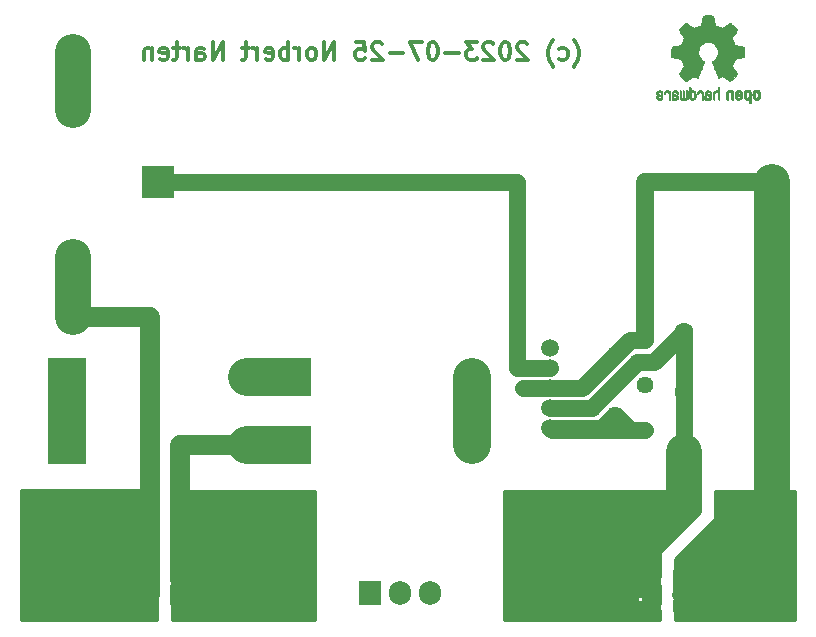
<source format=gbr>
%TF.GenerationSoftware,KiCad,Pcbnew,5.1.8-5.1.8*%
%TF.CreationDate,2023-07-26T00:19:43+02:00*%
%TF.ProjectId,C64-PSU-PCB-replacement-for-902503-06,4336342d-5053-4552-9d50-43422d726570,rev?*%
%TF.SameCoordinates,Original*%
%TF.FileFunction,Copper,L2,Bot*%
%TF.FilePolarity,Positive*%
%FSLAX46Y46*%
G04 Gerber Fmt 4.6, Leading zero omitted, Abs format (unit mm)*
G04 Created by KiCad (PCBNEW 5.1.8-5.1.8) date 2023-07-26 00:19:43*
%MOMM*%
%LPD*%
G01*
G04 APERTURE LIST*
%TA.AperFunction,NonConductor*%
%ADD10C,0.300000*%
%TD*%
%TA.AperFunction,EtchedComponent*%
%ADD11C,0.010000*%
%TD*%
%TA.AperFunction,ComponentPad*%
%ADD12C,1.500000*%
%TD*%
%TA.AperFunction,ComponentPad*%
%ADD13C,3.000000*%
%TD*%
%TA.AperFunction,SMDPad,CuDef*%
%ADD14R,2.500000X5.000000*%
%TD*%
%TA.AperFunction,ComponentPad*%
%ADD15O,1.905000X2.000000*%
%TD*%
%TA.AperFunction,ComponentPad*%
%ADD16R,1.905000X2.000000*%
%TD*%
%TA.AperFunction,ComponentPad*%
%ADD17O,1.700000X1.700000*%
%TD*%
%TA.AperFunction,ComponentPad*%
%ADD18R,1.700000X1.700000*%
%TD*%
%TA.AperFunction,ComponentPad*%
%ADD19C,1.440000*%
%TD*%
%TA.AperFunction,ComponentPad*%
%ADD20O,1.400000X1.400000*%
%TD*%
%TA.AperFunction,ComponentPad*%
%ADD21C,1.400000*%
%TD*%
%TA.AperFunction,ComponentPad*%
%ADD22O,3.200000X3.200000*%
%TD*%
%TA.AperFunction,ComponentPad*%
%ADD23R,3.200000X3.200000*%
%TD*%
%TA.AperFunction,ComponentPad*%
%ADD24R,3.200001X3.200001*%
%TD*%
%TA.AperFunction,ComponentPad*%
%ADD25O,3.200001X3.200001*%
%TD*%
%TA.AperFunction,ComponentPad*%
%ADD26O,1.600000X1.600000*%
%TD*%
%TA.AperFunction,ComponentPad*%
%ADD27C,1.600000*%
%TD*%
%TA.AperFunction,ComponentPad*%
%ADD28O,2.800000X2.800000*%
%TD*%
%TA.AperFunction,ComponentPad*%
%ADD29R,2.800000X2.800000*%
%TD*%
%TA.AperFunction,Conductor*%
%ADD30C,0.250000*%
%TD*%
%TA.AperFunction,Conductor*%
%ADD31C,1.397000*%
%TD*%
%TA.AperFunction,Conductor*%
%ADD32C,3.048000*%
%TD*%
%TA.AperFunction,Conductor*%
%ADD33C,1.524000*%
%TD*%
%TA.AperFunction,Conductor*%
%ADD34C,3.175000*%
%TD*%
%TA.AperFunction,Conductor*%
%ADD35C,1.651000*%
%TD*%
%TA.AperFunction,Conductor*%
%ADD36C,1.727200*%
%TD*%
%TA.AperFunction,Conductor*%
%ADD37C,1.270000*%
%TD*%
%TA.AperFunction,Conductor*%
%ADD38C,0.254000*%
%TD*%
%TA.AperFunction,Conductor*%
%ADD39C,0.100000*%
%TD*%
G04 APERTURE END LIST*
D10*
X75876285Y-30206000D02*
X75947714Y-30134571D01*
X76090571Y-29920285D01*
X76162000Y-29777428D01*
X76233428Y-29563142D01*
X76304857Y-29206000D01*
X76304857Y-28920285D01*
X76233428Y-28563142D01*
X76162000Y-28348857D01*
X76090571Y-28206000D01*
X75947714Y-27991714D01*
X75876285Y-27920285D01*
X74662000Y-29563142D02*
X74804857Y-29634571D01*
X75090571Y-29634571D01*
X75233428Y-29563142D01*
X75304857Y-29491714D01*
X75376285Y-29348857D01*
X75376285Y-28920285D01*
X75304857Y-28777428D01*
X75233428Y-28706000D01*
X75090571Y-28634571D01*
X74804857Y-28634571D01*
X74662000Y-28706000D01*
X74162000Y-30206000D02*
X74090571Y-30134571D01*
X73947714Y-29920285D01*
X73876285Y-29777428D01*
X73804857Y-29563142D01*
X73733428Y-29206000D01*
X73733428Y-28920285D01*
X73804857Y-28563142D01*
X73876285Y-28348857D01*
X73947714Y-28206000D01*
X74090571Y-27991714D01*
X74162000Y-27920285D01*
X71947714Y-28277428D02*
X71876285Y-28206000D01*
X71733428Y-28134571D01*
X71376285Y-28134571D01*
X71233428Y-28206000D01*
X71162000Y-28277428D01*
X71090571Y-28420285D01*
X71090571Y-28563142D01*
X71162000Y-28777428D01*
X72019142Y-29634571D01*
X71090571Y-29634571D01*
X70162000Y-28134571D02*
X70019142Y-28134571D01*
X69876285Y-28206000D01*
X69804857Y-28277428D01*
X69733428Y-28420285D01*
X69662000Y-28706000D01*
X69662000Y-29063142D01*
X69733428Y-29348857D01*
X69804857Y-29491714D01*
X69876285Y-29563142D01*
X70019142Y-29634571D01*
X70162000Y-29634571D01*
X70304857Y-29563142D01*
X70376285Y-29491714D01*
X70447714Y-29348857D01*
X70519142Y-29063142D01*
X70519142Y-28706000D01*
X70447714Y-28420285D01*
X70376285Y-28277428D01*
X70304857Y-28206000D01*
X70162000Y-28134571D01*
X69090571Y-28277428D02*
X69019142Y-28206000D01*
X68876285Y-28134571D01*
X68519142Y-28134571D01*
X68376285Y-28206000D01*
X68304857Y-28277428D01*
X68233428Y-28420285D01*
X68233428Y-28563142D01*
X68304857Y-28777428D01*
X69162000Y-29634571D01*
X68233428Y-29634571D01*
X67733428Y-28134571D02*
X66804857Y-28134571D01*
X67304857Y-28706000D01*
X67090571Y-28706000D01*
X66947714Y-28777428D01*
X66876285Y-28848857D01*
X66804857Y-28991714D01*
X66804857Y-29348857D01*
X66876285Y-29491714D01*
X66947714Y-29563142D01*
X67090571Y-29634571D01*
X67519142Y-29634571D01*
X67662000Y-29563142D01*
X67733428Y-29491714D01*
X66162000Y-29063142D02*
X65019142Y-29063142D01*
X64019142Y-28134571D02*
X63876285Y-28134571D01*
X63733428Y-28206000D01*
X63662000Y-28277428D01*
X63590571Y-28420285D01*
X63519142Y-28706000D01*
X63519142Y-29063142D01*
X63590571Y-29348857D01*
X63662000Y-29491714D01*
X63733428Y-29563142D01*
X63876285Y-29634571D01*
X64019142Y-29634571D01*
X64162000Y-29563142D01*
X64233428Y-29491714D01*
X64304857Y-29348857D01*
X64376285Y-29063142D01*
X64376285Y-28706000D01*
X64304857Y-28420285D01*
X64233428Y-28277428D01*
X64162000Y-28206000D01*
X64019142Y-28134571D01*
X63019142Y-28134571D02*
X62019142Y-28134571D01*
X62662000Y-29634571D01*
X61447714Y-29063142D02*
X60304857Y-29063142D01*
X59662000Y-28277428D02*
X59590571Y-28206000D01*
X59447714Y-28134571D01*
X59090571Y-28134571D01*
X58947714Y-28206000D01*
X58876285Y-28277428D01*
X58804857Y-28420285D01*
X58804857Y-28563142D01*
X58876285Y-28777428D01*
X59733428Y-29634571D01*
X58804857Y-29634571D01*
X57447714Y-28134571D02*
X58162000Y-28134571D01*
X58233428Y-28848857D01*
X58162000Y-28777428D01*
X58019142Y-28706000D01*
X57662000Y-28706000D01*
X57519142Y-28777428D01*
X57447714Y-28848857D01*
X57376285Y-28991714D01*
X57376285Y-29348857D01*
X57447714Y-29491714D01*
X57519142Y-29563142D01*
X57662000Y-29634571D01*
X58019142Y-29634571D01*
X58162000Y-29563142D01*
X58233428Y-29491714D01*
X55590571Y-29634571D02*
X55590571Y-28134571D01*
X54733428Y-29634571D01*
X54733428Y-28134571D01*
X53804857Y-29634571D02*
X53947714Y-29563142D01*
X54019142Y-29491714D01*
X54090571Y-29348857D01*
X54090571Y-28920285D01*
X54019142Y-28777428D01*
X53947714Y-28706000D01*
X53804857Y-28634571D01*
X53590571Y-28634571D01*
X53447714Y-28706000D01*
X53376285Y-28777428D01*
X53304857Y-28920285D01*
X53304857Y-29348857D01*
X53376285Y-29491714D01*
X53447714Y-29563142D01*
X53590571Y-29634571D01*
X53804857Y-29634571D01*
X52662000Y-29634571D02*
X52662000Y-28634571D01*
X52662000Y-28920285D02*
X52590571Y-28777428D01*
X52519142Y-28706000D01*
X52376285Y-28634571D01*
X52233428Y-28634571D01*
X51733428Y-29634571D02*
X51733428Y-28134571D01*
X51733428Y-28706000D02*
X51590571Y-28634571D01*
X51304857Y-28634571D01*
X51162000Y-28706000D01*
X51090571Y-28777428D01*
X51019142Y-28920285D01*
X51019142Y-29348857D01*
X51090571Y-29491714D01*
X51162000Y-29563142D01*
X51304857Y-29634571D01*
X51590571Y-29634571D01*
X51733428Y-29563142D01*
X49804857Y-29563142D02*
X49947714Y-29634571D01*
X50233428Y-29634571D01*
X50376285Y-29563142D01*
X50447714Y-29420285D01*
X50447714Y-28848857D01*
X50376285Y-28706000D01*
X50233428Y-28634571D01*
X49947714Y-28634571D01*
X49804857Y-28706000D01*
X49733428Y-28848857D01*
X49733428Y-28991714D01*
X50447714Y-29134571D01*
X49090571Y-29634571D02*
X49090571Y-28634571D01*
X49090571Y-28920285D02*
X49019142Y-28777428D01*
X48947714Y-28706000D01*
X48804857Y-28634571D01*
X48662000Y-28634571D01*
X48376285Y-28634571D02*
X47804857Y-28634571D01*
X48162000Y-28134571D02*
X48162000Y-29420285D01*
X48090571Y-29563142D01*
X47947714Y-29634571D01*
X47804857Y-29634571D01*
X46162000Y-29634571D02*
X46162000Y-28134571D01*
X45304857Y-29634571D01*
X45304857Y-28134571D01*
X43947714Y-29634571D02*
X43947714Y-28848857D01*
X44019142Y-28706000D01*
X44162000Y-28634571D01*
X44447714Y-28634571D01*
X44590571Y-28706000D01*
X43947714Y-29563142D02*
X44090571Y-29634571D01*
X44447714Y-29634571D01*
X44590571Y-29563142D01*
X44662000Y-29420285D01*
X44662000Y-29277428D01*
X44590571Y-29134571D01*
X44447714Y-29063142D01*
X44090571Y-29063142D01*
X43947714Y-28991714D01*
X43233428Y-29634571D02*
X43233428Y-28634571D01*
X43233428Y-28920285D02*
X43162000Y-28777428D01*
X43090571Y-28706000D01*
X42947714Y-28634571D01*
X42804857Y-28634571D01*
X42519142Y-28634571D02*
X41947714Y-28634571D01*
X42304857Y-28134571D02*
X42304857Y-29420285D01*
X42233428Y-29563142D01*
X42090571Y-29634571D01*
X41947714Y-29634571D01*
X40876285Y-29563142D02*
X41019142Y-29634571D01*
X41304857Y-29634571D01*
X41447714Y-29563142D01*
X41519142Y-29420285D01*
X41519142Y-28848857D01*
X41447714Y-28706000D01*
X41304857Y-28634571D01*
X41019142Y-28634571D01*
X40876285Y-28706000D01*
X40804857Y-28848857D01*
X40804857Y-28991714D01*
X41519142Y-29134571D01*
X40162000Y-28634571D02*
X40162000Y-29634571D01*
X40162000Y-28777428D02*
X40090571Y-28706000D01*
X39947714Y-28634571D01*
X39733428Y-28634571D01*
X39590571Y-28706000D01*
X39519142Y-28848857D01*
X39519142Y-29634571D01*
D11*
%TO.C,REF\u002A\u002A*%
G36*
X90480114Y-32175505D02*
G01*
X90405461Y-32212727D01*
X90339569Y-32281261D01*
X90321423Y-32306648D01*
X90301655Y-32339866D01*
X90288828Y-32375945D01*
X90281490Y-32424098D01*
X90278187Y-32493536D01*
X90277462Y-32585206D01*
X90280737Y-32710830D01*
X90292123Y-32805154D01*
X90313959Y-32875523D01*
X90348581Y-32929286D01*
X90398330Y-32973788D01*
X90401986Y-32976423D01*
X90451015Y-33003377D01*
X90510055Y-33016712D01*
X90585141Y-33020000D01*
X90707205Y-33020000D01*
X90707256Y-33138497D01*
X90708392Y-33204492D01*
X90715314Y-33243202D01*
X90733402Y-33266419D01*
X90768038Y-33285933D01*
X90776355Y-33289920D01*
X90815280Y-33308603D01*
X90845417Y-33320403D01*
X90867826Y-33321422D01*
X90883567Y-33307761D01*
X90893698Y-33275522D01*
X90899277Y-33220804D01*
X90901365Y-33139711D01*
X90901019Y-33028344D01*
X90899300Y-32882802D01*
X90898763Y-32839269D01*
X90896828Y-32689205D01*
X90895096Y-32591042D01*
X90707308Y-32591042D01*
X90706252Y-32674364D01*
X90701562Y-32728880D01*
X90690949Y-32764837D01*
X90672128Y-32792482D01*
X90659350Y-32805965D01*
X90607110Y-32845417D01*
X90560858Y-32848628D01*
X90513133Y-32816049D01*
X90511923Y-32814846D01*
X90492506Y-32789668D01*
X90480693Y-32755447D01*
X90474735Y-32702748D01*
X90472880Y-32622131D01*
X90472846Y-32604271D01*
X90477330Y-32493175D01*
X90491926Y-32416161D01*
X90518350Y-32369147D01*
X90558317Y-32348050D01*
X90581416Y-32345923D01*
X90636238Y-32355900D01*
X90673842Y-32388752D01*
X90696477Y-32448857D01*
X90706394Y-32540598D01*
X90707308Y-32591042D01*
X90895096Y-32591042D01*
X90894778Y-32573060D01*
X90892127Y-32485679D01*
X90888394Y-32421905D01*
X90883093Y-32376582D01*
X90875742Y-32344555D01*
X90865857Y-32320668D01*
X90852954Y-32299764D01*
X90847421Y-32291898D01*
X90774031Y-32217595D01*
X90681240Y-32175467D01*
X90573904Y-32163722D01*
X90480114Y-32175505D01*
G37*
X90480114Y-32175505D02*
X90405461Y-32212727D01*
X90339569Y-32281261D01*
X90321423Y-32306648D01*
X90301655Y-32339866D01*
X90288828Y-32375945D01*
X90281490Y-32424098D01*
X90278187Y-32493536D01*
X90277462Y-32585206D01*
X90280737Y-32710830D01*
X90292123Y-32805154D01*
X90313959Y-32875523D01*
X90348581Y-32929286D01*
X90398330Y-32973788D01*
X90401986Y-32976423D01*
X90451015Y-33003377D01*
X90510055Y-33016712D01*
X90585141Y-33020000D01*
X90707205Y-33020000D01*
X90707256Y-33138497D01*
X90708392Y-33204492D01*
X90715314Y-33243202D01*
X90733402Y-33266419D01*
X90768038Y-33285933D01*
X90776355Y-33289920D01*
X90815280Y-33308603D01*
X90845417Y-33320403D01*
X90867826Y-33321422D01*
X90883567Y-33307761D01*
X90893698Y-33275522D01*
X90899277Y-33220804D01*
X90901365Y-33139711D01*
X90901019Y-33028344D01*
X90899300Y-32882802D01*
X90898763Y-32839269D01*
X90896828Y-32689205D01*
X90895096Y-32591042D01*
X90707308Y-32591042D01*
X90706252Y-32674364D01*
X90701562Y-32728880D01*
X90690949Y-32764837D01*
X90672128Y-32792482D01*
X90659350Y-32805965D01*
X90607110Y-32845417D01*
X90560858Y-32848628D01*
X90513133Y-32816049D01*
X90511923Y-32814846D01*
X90492506Y-32789668D01*
X90480693Y-32755447D01*
X90474735Y-32702748D01*
X90472880Y-32622131D01*
X90472846Y-32604271D01*
X90477330Y-32493175D01*
X90491926Y-32416161D01*
X90518350Y-32369147D01*
X90558317Y-32348050D01*
X90581416Y-32345923D01*
X90636238Y-32355900D01*
X90673842Y-32388752D01*
X90696477Y-32448857D01*
X90706394Y-32540598D01*
X90707308Y-32591042D01*
X90895096Y-32591042D01*
X90894778Y-32573060D01*
X90892127Y-32485679D01*
X90888394Y-32421905D01*
X90883093Y-32376582D01*
X90875742Y-32344555D01*
X90865857Y-32320668D01*
X90852954Y-32299764D01*
X90847421Y-32291898D01*
X90774031Y-32217595D01*
X90681240Y-32175467D01*
X90573904Y-32163722D01*
X90480114Y-32175505D01*
G36*
X88977336Y-32186089D02*
G01*
X88914633Y-32222358D01*
X88871039Y-32258358D01*
X88839155Y-32296075D01*
X88817190Y-32342199D01*
X88803351Y-32403421D01*
X88795847Y-32486431D01*
X88792883Y-32597919D01*
X88792539Y-32678062D01*
X88792539Y-32973065D01*
X88958615Y-33047515D01*
X88968385Y-32724402D01*
X88972421Y-32603729D01*
X88976656Y-32516141D01*
X88981903Y-32455650D01*
X88988975Y-32416268D01*
X88998689Y-32392007D01*
X89011856Y-32376880D01*
X89016081Y-32373606D01*
X89080091Y-32348034D01*
X89144792Y-32358153D01*
X89183308Y-32385000D01*
X89198975Y-32404024D01*
X89209820Y-32428988D01*
X89216712Y-32466834D01*
X89220521Y-32524502D01*
X89222117Y-32608935D01*
X89222385Y-32696928D01*
X89222437Y-32807323D01*
X89224328Y-32885463D01*
X89230655Y-32938165D01*
X89244017Y-32972242D01*
X89267015Y-32994511D01*
X89302246Y-33011787D01*
X89349303Y-33029738D01*
X89400697Y-33049278D01*
X89394579Y-32702485D01*
X89392116Y-32577468D01*
X89389233Y-32485082D01*
X89385102Y-32418881D01*
X89378893Y-32372420D01*
X89369774Y-32339256D01*
X89356917Y-32312944D01*
X89341416Y-32289729D01*
X89266629Y-32215569D01*
X89175372Y-32172684D01*
X89076117Y-32162412D01*
X88977336Y-32186089D01*
G37*
X88977336Y-32186089D02*
X88914633Y-32222358D01*
X88871039Y-32258358D01*
X88839155Y-32296075D01*
X88817190Y-32342199D01*
X88803351Y-32403421D01*
X88795847Y-32486431D01*
X88792883Y-32597919D01*
X88792539Y-32678062D01*
X88792539Y-32973065D01*
X88958615Y-33047515D01*
X88968385Y-32724402D01*
X88972421Y-32603729D01*
X88976656Y-32516141D01*
X88981903Y-32455650D01*
X88988975Y-32416268D01*
X88998689Y-32392007D01*
X89011856Y-32376880D01*
X89016081Y-32373606D01*
X89080091Y-32348034D01*
X89144792Y-32358153D01*
X89183308Y-32385000D01*
X89198975Y-32404024D01*
X89209820Y-32428988D01*
X89216712Y-32466834D01*
X89220521Y-32524502D01*
X89222117Y-32608935D01*
X89222385Y-32696928D01*
X89222437Y-32807323D01*
X89224328Y-32885463D01*
X89230655Y-32938165D01*
X89244017Y-32972242D01*
X89267015Y-32994511D01*
X89302246Y-33011787D01*
X89349303Y-33029738D01*
X89400697Y-33049278D01*
X89394579Y-32702485D01*
X89392116Y-32577468D01*
X89389233Y-32485082D01*
X89385102Y-32418881D01*
X89378893Y-32372420D01*
X89369774Y-32339256D01*
X89356917Y-32312944D01*
X89341416Y-32289729D01*
X89266629Y-32215569D01*
X89175372Y-32172684D01*
X89076117Y-32162412D01*
X88977336Y-32186089D01*
G36*
X91232114Y-32178256D02*
G01*
X91140536Y-32226409D01*
X91072951Y-32303905D01*
X91048943Y-32353727D01*
X91030262Y-32428533D01*
X91020699Y-32523052D01*
X91019792Y-32626210D01*
X91027079Y-32726935D01*
X91042097Y-32814153D01*
X91064385Y-32876791D01*
X91071235Y-32887579D01*
X91152368Y-32968105D01*
X91248734Y-33016336D01*
X91353299Y-33030450D01*
X91459032Y-33008629D01*
X91488457Y-32995547D01*
X91545759Y-32955231D01*
X91596050Y-32901775D01*
X91600803Y-32894995D01*
X91620122Y-32862321D01*
X91632892Y-32827394D01*
X91640436Y-32781414D01*
X91644076Y-32715584D01*
X91645135Y-32621105D01*
X91645154Y-32599923D01*
X91645106Y-32593182D01*
X91449769Y-32593182D01*
X91448632Y-32682349D01*
X91444159Y-32741520D01*
X91434754Y-32779741D01*
X91418824Y-32806053D01*
X91410692Y-32814846D01*
X91363942Y-32848261D01*
X91318553Y-32846737D01*
X91272660Y-32817752D01*
X91245288Y-32786809D01*
X91229077Y-32741643D01*
X91219974Y-32670420D01*
X91219349Y-32662114D01*
X91217796Y-32533037D01*
X91234035Y-32437172D01*
X91267848Y-32375107D01*
X91319016Y-32347432D01*
X91337280Y-32345923D01*
X91385240Y-32353513D01*
X91418047Y-32379808D01*
X91438105Y-32430095D01*
X91447822Y-32509664D01*
X91449769Y-32593182D01*
X91645106Y-32593182D01*
X91644426Y-32499249D01*
X91641371Y-32428906D01*
X91634678Y-32380163D01*
X91623040Y-32344288D01*
X91605147Y-32312548D01*
X91601192Y-32306648D01*
X91534733Y-32227104D01*
X91462315Y-32180929D01*
X91374151Y-32162599D01*
X91344213Y-32161703D01*
X91232114Y-32178256D01*
G37*
X91232114Y-32178256D02*
X91140536Y-32226409D01*
X91072951Y-32303905D01*
X91048943Y-32353727D01*
X91030262Y-32428533D01*
X91020699Y-32523052D01*
X91019792Y-32626210D01*
X91027079Y-32726935D01*
X91042097Y-32814153D01*
X91064385Y-32876791D01*
X91071235Y-32887579D01*
X91152368Y-32968105D01*
X91248734Y-33016336D01*
X91353299Y-33030450D01*
X91459032Y-33008629D01*
X91488457Y-32995547D01*
X91545759Y-32955231D01*
X91596050Y-32901775D01*
X91600803Y-32894995D01*
X91620122Y-32862321D01*
X91632892Y-32827394D01*
X91640436Y-32781414D01*
X91644076Y-32715584D01*
X91645135Y-32621105D01*
X91645154Y-32599923D01*
X91645106Y-32593182D01*
X91449769Y-32593182D01*
X91448632Y-32682349D01*
X91444159Y-32741520D01*
X91434754Y-32779741D01*
X91418824Y-32806053D01*
X91410692Y-32814846D01*
X91363942Y-32848261D01*
X91318553Y-32846737D01*
X91272660Y-32817752D01*
X91245288Y-32786809D01*
X91229077Y-32741643D01*
X91219974Y-32670420D01*
X91219349Y-32662114D01*
X91217796Y-32533037D01*
X91234035Y-32437172D01*
X91267848Y-32375107D01*
X91319016Y-32347432D01*
X91337280Y-32345923D01*
X91385240Y-32353513D01*
X91418047Y-32379808D01*
X91438105Y-32430095D01*
X91447822Y-32509664D01*
X91449769Y-32593182D01*
X91645106Y-32593182D01*
X91644426Y-32499249D01*
X91641371Y-32428906D01*
X91634678Y-32380163D01*
X91623040Y-32344288D01*
X91605147Y-32312548D01*
X91601192Y-32306648D01*
X91534733Y-32227104D01*
X91462315Y-32180929D01*
X91374151Y-32162599D01*
X91344213Y-32161703D01*
X91232114Y-32178256D01*
G36*
X89714746Y-32190745D02*
G01*
X89637714Y-32242567D01*
X89578184Y-32317412D01*
X89542622Y-32412654D01*
X89535429Y-32482756D01*
X89536246Y-32512009D01*
X89543086Y-32534407D01*
X89561888Y-32554474D01*
X89598592Y-32576733D01*
X89659138Y-32605709D01*
X89749466Y-32645927D01*
X89749923Y-32646129D01*
X89833067Y-32684210D01*
X89901247Y-32718025D01*
X89947495Y-32743933D01*
X89964842Y-32758295D01*
X89964846Y-32758411D01*
X89949557Y-32789685D01*
X89913804Y-32824157D01*
X89872758Y-32848990D01*
X89851963Y-32853923D01*
X89795230Y-32836862D01*
X89746373Y-32794133D01*
X89722535Y-32747155D01*
X89699603Y-32712522D01*
X89654682Y-32673081D01*
X89601877Y-32639009D01*
X89555290Y-32620480D01*
X89545548Y-32619462D01*
X89534582Y-32636215D01*
X89533921Y-32679039D01*
X89541980Y-32736781D01*
X89557173Y-32798289D01*
X89577914Y-32852409D01*
X89578962Y-32854510D01*
X89641379Y-32941660D01*
X89722274Y-33000939D01*
X89814144Y-33030034D01*
X89909487Y-33026634D01*
X90000802Y-32988428D01*
X90004862Y-32985741D01*
X90076694Y-32920642D01*
X90123927Y-32835705D01*
X90150066Y-32724021D01*
X90153574Y-32692643D01*
X90159787Y-32544536D01*
X90152339Y-32475468D01*
X89964846Y-32475468D01*
X89962410Y-32518552D01*
X89949086Y-32531126D01*
X89915868Y-32521719D01*
X89863506Y-32499483D01*
X89804976Y-32471610D01*
X89803521Y-32470872D01*
X89753911Y-32444777D01*
X89734000Y-32427363D01*
X89738910Y-32409107D01*
X89759584Y-32385120D01*
X89812181Y-32350406D01*
X89868823Y-32347856D01*
X89919631Y-32373119D01*
X89954724Y-32421847D01*
X89964846Y-32475468D01*
X90152339Y-32475468D01*
X90147008Y-32426036D01*
X90114222Y-32332055D01*
X90068579Y-32266215D01*
X89986198Y-32199681D01*
X89895454Y-32166676D01*
X89802815Y-32164573D01*
X89714746Y-32190745D01*
G37*
X89714746Y-32190745D02*
X89637714Y-32242567D01*
X89578184Y-32317412D01*
X89542622Y-32412654D01*
X89535429Y-32482756D01*
X89536246Y-32512009D01*
X89543086Y-32534407D01*
X89561888Y-32554474D01*
X89598592Y-32576733D01*
X89659138Y-32605709D01*
X89749466Y-32645927D01*
X89749923Y-32646129D01*
X89833067Y-32684210D01*
X89901247Y-32718025D01*
X89947495Y-32743933D01*
X89964842Y-32758295D01*
X89964846Y-32758411D01*
X89949557Y-32789685D01*
X89913804Y-32824157D01*
X89872758Y-32848990D01*
X89851963Y-32853923D01*
X89795230Y-32836862D01*
X89746373Y-32794133D01*
X89722535Y-32747155D01*
X89699603Y-32712522D01*
X89654682Y-32673081D01*
X89601877Y-32639009D01*
X89555290Y-32620480D01*
X89545548Y-32619462D01*
X89534582Y-32636215D01*
X89533921Y-32679039D01*
X89541980Y-32736781D01*
X89557173Y-32798289D01*
X89577914Y-32852409D01*
X89578962Y-32854510D01*
X89641379Y-32941660D01*
X89722274Y-33000939D01*
X89814144Y-33030034D01*
X89909487Y-33026634D01*
X90000802Y-32988428D01*
X90004862Y-32985741D01*
X90076694Y-32920642D01*
X90123927Y-32835705D01*
X90150066Y-32724021D01*
X90153574Y-32692643D01*
X90159787Y-32544536D01*
X90152339Y-32475468D01*
X89964846Y-32475468D01*
X89962410Y-32518552D01*
X89949086Y-32531126D01*
X89915868Y-32521719D01*
X89863506Y-32499483D01*
X89804976Y-32471610D01*
X89803521Y-32470872D01*
X89753911Y-32444777D01*
X89734000Y-32427363D01*
X89738910Y-32409107D01*
X89759584Y-32385120D01*
X89812181Y-32350406D01*
X89868823Y-32347856D01*
X89919631Y-32373119D01*
X89954724Y-32421847D01*
X89964846Y-32475468D01*
X90152339Y-32475468D01*
X90147008Y-32426036D01*
X90114222Y-32332055D01*
X90068579Y-32266215D01*
X89986198Y-32199681D01*
X89895454Y-32166676D01*
X89802815Y-32164573D01*
X89714746Y-32190745D01*
G36*
X88089154Y-32083120D02*
G01*
X88083428Y-32162980D01*
X88076851Y-32210039D01*
X88067738Y-32230566D01*
X88054402Y-32230829D01*
X88050077Y-32228378D01*
X87992556Y-32210636D01*
X87917732Y-32211672D01*
X87841661Y-32229910D01*
X87794082Y-32253505D01*
X87745298Y-32291198D01*
X87709636Y-32333855D01*
X87685155Y-32388057D01*
X87669913Y-32460384D01*
X87661970Y-32557419D01*
X87659384Y-32685742D01*
X87659338Y-32710358D01*
X87659308Y-32986870D01*
X87720839Y-33008320D01*
X87764541Y-33022912D01*
X87788518Y-33029706D01*
X87789223Y-33029769D01*
X87791585Y-33011345D01*
X87793594Y-32960526D01*
X87795099Y-32883993D01*
X87795947Y-32788430D01*
X87796077Y-32730329D01*
X87796349Y-32615771D01*
X87797748Y-32533667D01*
X87801151Y-32477393D01*
X87807433Y-32440326D01*
X87817471Y-32415844D01*
X87832139Y-32397325D01*
X87841298Y-32388406D01*
X87904211Y-32352466D01*
X87972864Y-32349775D01*
X88035152Y-32380170D01*
X88046671Y-32391144D01*
X88063567Y-32411779D01*
X88075286Y-32436256D01*
X88082767Y-32471647D01*
X88086946Y-32525026D01*
X88088763Y-32603466D01*
X88089154Y-32711617D01*
X88089154Y-32986870D01*
X88150685Y-33008320D01*
X88194387Y-33022912D01*
X88218364Y-33029706D01*
X88219070Y-33029769D01*
X88220874Y-33011069D01*
X88222500Y-32958322D01*
X88223883Y-32876557D01*
X88224958Y-32770805D01*
X88225660Y-32646094D01*
X88225923Y-32507455D01*
X88225923Y-31972806D01*
X88098923Y-31919236D01*
X88089154Y-32083120D01*
G37*
X88089154Y-32083120D02*
X88083428Y-32162980D01*
X88076851Y-32210039D01*
X88067738Y-32230566D01*
X88054402Y-32230829D01*
X88050077Y-32228378D01*
X87992556Y-32210636D01*
X87917732Y-32211672D01*
X87841661Y-32229910D01*
X87794082Y-32253505D01*
X87745298Y-32291198D01*
X87709636Y-32333855D01*
X87685155Y-32388057D01*
X87669913Y-32460384D01*
X87661970Y-32557419D01*
X87659384Y-32685742D01*
X87659338Y-32710358D01*
X87659308Y-32986870D01*
X87720839Y-33008320D01*
X87764541Y-33022912D01*
X87788518Y-33029706D01*
X87789223Y-33029769D01*
X87791585Y-33011345D01*
X87793594Y-32960526D01*
X87795099Y-32883993D01*
X87795947Y-32788430D01*
X87796077Y-32730329D01*
X87796349Y-32615771D01*
X87797748Y-32533667D01*
X87801151Y-32477393D01*
X87807433Y-32440326D01*
X87817471Y-32415844D01*
X87832139Y-32397325D01*
X87841298Y-32388406D01*
X87904211Y-32352466D01*
X87972864Y-32349775D01*
X88035152Y-32380170D01*
X88046671Y-32391144D01*
X88063567Y-32411779D01*
X88075286Y-32436256D01*
X88082767Y-32471647D01*
X88086946Y-32525026D01*
X88088763Y-32603466D01*
X88089154Y-32711617D01*
X88089154Y-32986870D01*
X88150685Y-33008320D01*
X88194387Y-33022912D01*
X88218364Y-33029706D01*
X88219070Y-33029769D01*
X88220874Y-33011069D01*
X88222500Y-32958322D01*
X88223883Y-32876557D01*
X88224958Y-32770805D01*
X88225660Y-32646094D01*
X88225923Y-32507455D01*
X88225923Y-31972806D01*
X88098923Y-31919236D01*
X88089154Y-32083120D01*
G36*
X87195499Y-32217303D02*
G01*
X87118940Y-32245733D01*
X87118064Y-32246279D01*
X87070715Y-32281127D01*
X87035759Y-32321852D01*
X87011175Y-32374925D01*
X86994938Y-32446814D01*
X86985025Y-32543992D01*
X86979414Y-32672928D01*
X86978923Y-32691298D01*
X86971859Y-32968287D01*
X87031305Y-32999028D01*
X87074319Y-33019802D01*
X87100290Y-33029646D01*
X87101491Y-33029769D01*
X87105986Y-33011606D01*
X87109556Y-32962612D01*
X87111752Y-32891031D01*
X87112231Y-32833068D01*
X87112242Y-32739170D01*
X87116534Y-32680203D01*
X87131497Y-32652079D01*
X87163518Y-32650706D01*
X87218986Y-32671998D01*
X87302731Y-32711136D01*
X87364311Y-32743643D01*
X87395983Y-32771845D01*
X87405294Y-32802582D01*
X87405308Y-32804104D01*
X87389943Y-32857054D01*
X87344453Y-32885660D01*
X87274834Y-32889803D01*
X87224687Y-32889084D01*
X87198246Y-32903527D01*
X87181757Y-32938218D01*
X87172267Y-32982416D01*
X87185943Y-33007493D01*
X87191093Y-33011082D01*
X87239575Y-33025496D01*
X87307469Y-33027537D01*
X87377388Y-33017983D01*
X87426932Y-33000522D01*
X87495430Y-32942364D01*
X87534366Y-32861408D01*
X87542077Y-32798160D01*
X87536193Y-32741111D01*
X87514899Y-32694542D01*
X87472735Y-32653181D01*
X87404241Y-32611755D01*
X87303956Y-32564993D01*
X87297846Y-32562350D01*
X87207510Y-32520617D01*
X87151765Y-32486391D01*
X87127871Y-32455635D01*
X87133087Y-32424311D01*
X87164672Y-32388383D01*
X87174117Y-32380116D01*
X87237383Y-32348058D01*
X87302936Y-32349407D01*
X87360028Y-32380838D01*
X87397907Y-32439024D01*
X87401426Y-32450446D01*
X87435700Y-32505837D01*
X87479191Y-32532518D01*
X87542077Y-32558960D01*
X87542077Y-32490548D01*
X87522948Y-32391110D01*
X87466169Y-32299902D01*
X87436622Y-32269389D01*
X87369458Y-32230228D01*
X87284044Y-32212500D01*
X87195499Y-32217303D01*
G37*
X87195499Y-32217303D02*
X87118940Y-32245733D01*
X87118064Y-32246279D01*
X87070715Y-32281127D01*
X87035759Y-32321852D01*
X87011175Y-32374925D01*
X86994938Y-32446814D01*
X86985025Y-32543992D01*
X86979414Y-32672928D01*
X86978923Y-32691298D01*
X86971859Y-32968287D01*
X87031305Y-32999028D01*
X87074319Y-33019802D01*
X87100290Y-33029646D01*
X87101491Y-33029769D01*
X87105986Y-33011606D01*
X87109556Y-32962612D01*
X87111752Y-32891031D01*
X87112231Y-32833068D01*
X87112242Y-32739170D01*
X87116534Y-32680203D01*
X87131497Y-32652079D01*
X87163518Y-32650706D01*
X87218986Y-32671998D01*
X87302731Y-32711136D01*
X87364311Y-32743643D01*
X87395983Y-32771845D01*
X87405294Y-32802582D01*
X87405308Y-32804104D01*
X87389943Y-32857054D01*
X87344453Y-32885660D01*
X87274834Y-32889803D01*
X87224687Y-32889084D01*
X87198246Y-32903527D01*
X87181757Y-32938218D01*
X87172267Y-32982416D01*
X87185943Y-33007493D01*
X87191093Y-33011082D01*
X87239575Y-33025496D01*
X87307469Y-33027537D01*
X87377388Y-33017983D01*
X87426932Y-33000522D01*
X87495430Y-32942364D01*
X87534366Y-32861408D01*
X87542077Y-32798160D01*
X87536193Y-32741111D01*
X87514899Y-32694542D01*
X87472735Y-32653181D01*
X87404241Y-32611755D01*
X87303956Y-32564993D01*
X87297846Y-32562350D01*
X87207510Y-32520617D01*
X87151765Y-32486391D01*
X87127871Y-32455635D01*
X87133087Y-32424311D01*
X87164672Y-32388383D01*
X87174117Y-32380116D01*
X87237383Y-32348058D01*
X87302936Y-32349407D01*
X87360028Y-32380838D01*
X87397907Y-32439024D01*
X87401426Y-32450446D01*
X87435700Y-32505837D01*
X87479191Y-32532518D01*
X87542077Y-32558960D01*
X87542077Y-32490548D01*
X87522948Y-32391110D01*
X87466169Y-32299902D01*
X87436622Y-32269389D01*
X87369458Y-32230228D01*
X87284044Y-32212500D01*
X87195499Y-32217303D01*
G36*
X86535638Y-32215670D02*
G01*
X86446883Y-32248421D01*
X86374978Y-32306350D01*
X86346856Y-32347128D01*
X86316198Y-32421954D01*
X86316835Y-32476058D01*
X86349013Y-32512446D01*
X86360919Y-32518633D01*
X86412325Y-32537925D01*
X86438578Y-32532982D01*
X86447470Y-32500587D01*
X86447923Y-32482692D01*
X86464203Y-32416859D01*
X86506635Y-32370807D01*
X86565612Y-32348564D01*
X86631525Y-32354161D01*
X86685105Y-32383229D01*
X86703202Y-32399810D01*
X86716029Y-32419925D01*
X86724694Y-32450332D01*
X86730304Y-32497788D01*
X86733965Y-32569050D01*
X86736785Y-32670875D01*
X86737516Y-32703115D01*
X86740180Y-32813410D01*
X86743208Y-32891036D01*
X86747750Y-32942396D01*
X86754954Y-32973890D01*
X86765967Y-32991920D01*
X86781940Y-33002888D01*
X86792166Y-33007733D01*
X86835594Y-33024301D01*
X86861158Y-33029769D01*
X86869605Y-33011507D01*
X86874761Y-32956296D01*
X86876654Y-32863499D01*
X86875311Y-32732478D01*
X86874893Y-32712269D01*
X86871942Y-32592733D01*
X86868452Y-32505449D01*
X86863486Y-32443591D01*
X86856107Y-32400336D01*
X86845376Y-32368860D01*
X86830355Y-32342339D01*
X86822498Y-32330975D01*
X86777447Y-32280692D01*
X86727060Y-32241581D01*
X86720892Y-32238167D01*
X86630542Y-32211212D01*
X86535638Y-32215670D01*
G37*
X86535638Y-32215670D02*
X86446883Y-32248421D01*
X86374978Y-32306350D01*
X86346856Y-32347128D01*
X86316198Y-32421954D01*
X86316835Y-32476058D01*
X86349013Y-32512446D01*
X86360919Y-32518633D01*
X86412325Y-32537925D01*
X86438578Y-32532982D01*
X86447470Y-32500587D01*
X86447923Y-32482692D01*
X86464203Y-32416859D01*
X86506635Y-32370807D01*
X86565612Y-32348564D01*
X86631525Y-32354161D01*
X86685105Y-32383229D01*
X86703202Y-32399810D01*
X86716029Y-32419925D01*
X86724694Y-32450332D01*
X86730304Y-32497788D01*
X86733965Y-32569050D01*
X86736785Y-32670875D01*
X86737516Y-32703115D01*
X86740180Y-32813410D01*
X86743208Y-32891036D01*
X86747750Y-32942396D01*
X86754954Y-32973890D01*
X86765967Y-32991920D01*
X86781940Y-33002888D01*
X86792166Y-33007733D01*
X86835594Y-33024301D01*
X86861158Y-33029769D01*
X86869605Y-33011507D01*
X86874761Y-32956296D01*
X86876654Y-32863499D01*
X86875311Y-32732478D01*
X86874893Y-32712269D01*
X86871942Y-32592733D01*
X86868452Y-32505449D01*
X86863486Y-32443591D01*
X86856107Y-32400336D01*
X86845376Y-32368860D01*
X86830355Y-32342339D01*
X86822498Y-32330975D01*
X86777447Y-32280692D01*
X86727060Y-32241581D01*
X86720892Y-32238167D01*
X86630542Y-32211212D01*
X86535638Y-32215670D01*
G36*
X85646919Y-32371289D02*
G01*
X85647167Y-32517320D01*
X85648128Y-32629655D01*
X85650206Y-32713678D01*
X85653807Y-32774769D01*
X85659335Y-32818309D01*
X85667196Y-32849679D01*
X85677793Y-32874262D01*
X85685818Y-32888294D01*
X85752272Y-32964388D01*
X85836530Y-33012084D01*
X85929751Y-33029199D01*
X86023100Y-33013546D01*
X86078688Y-32985418D01*
X86137043Y-32936760D01*
X86176814Y-32877333D01*
X86200810Y-32799507D01*
X86211839Y-32695652D01*
X86213401Y-32619462D01*
X86213191Y-32613986D01*
X86076692Y-32613986D01*
X86075859Y-32701355D01*
X86072039Y-32759192D01*
X86063254Y-32797029D01*
X86047526Y-32824398D01*
X86028734Y-32845042D01*
X85965625Y-32884890D01*
X85897863Y-32888295D01*
X85833821Y-32855025D01*
X85828836Y-32850517D01*
X85807561Y-32827067D01*
X85794221Y-32799166D01*
X85786999Y-32757641D01*
X85784077Y-32693316D01*
X85783615Y-32622200D01*
X85784617Y-32532858D01*
X85788762Y-32473258D01*
X85797764Y-32434089D01*
X85813333Y-32406040D01*
X85826098Y-32391144D01*
X85885400Y-32353575D01*
X85953699Y-32349057D01*
X86018890Y-32377753D01*
X86031472Y-32388406D01*
X86052889Y-32412063D01*
X86066256Y-32440251D01*
X86073434Y-32482245D01*
X86076281Y-32547319D01*
X86076692Y-32613986D01*
X86213191Y-32613986D01*
X86208678Y-32496765D01*
X86192638Y-32404577D01*
X86162472Y-32335269D01*
X86115371Y-32281211D01*
X86078688Y-32253505D01*
X86012010Y-32223572D01*
X85934728Y-32209678D01*
X85862890Y-32213397D01*
X85822692Y-32228400D01*
X85806918Y-32232670D01*
X85796450Y-32216750D01*
X85789144Y-32174089D01*
X85783615Y-32109106D01*
X85777563Y-32036732D01*
X85769156Y-31993187D01*
X85753859Y-31968287D01*
X85727136Y-31951845D01*
X85710346Y-31944564D01*
X85646846Y-31917963D01*
X85646919Y-32371289D01*
G37*
X85646919Y-32371289D02*
X85647167Y-32517320D01*
X85648128Y-32629655D01*
X85650206Y-32713678D01*
X85653807Y-32774769D01*
X85659335Y-32818309D01*
X85667196Y-32849679D01*
X85677793Y-32874262D01*
X85685818Y-32888294D01*
X85752272Y-32964388D01*
X85836530Y-33012084D01*
X85929751Y-33029199D01*
X86023100Y-33013546D01*
X86078688Y-32985418D01*
X86137043Y-32936760D01*
X86176814Y-32877333D01*
X86200810Y-32799507D01*
X86211839Y-32695652D01*
X86213401Y-32619462D01*
X86213191Y-32613986D01*
X86076692Y-32613986D01*
X86075859Y-32701355D01*
X86072039Y-32759192D01*
X86063254Y-32797029D01*
X86047526Y-32824398D01*
X86028734Y-32845042D01*
X85965625Y-32884890D01*
X85897863Y-32888295D01*
X85833821Y-32855025D01*
X85828836Y-32850517D01*
X85807561Y-32827067D01*
X85794221Y-32799166D01*
X85786999Y-32757641D01*
X85784077Y-32693316D01*
X85783615Y-32622200D01*
X85784617Y-32532858D01*
X85788762Y-32473258D01*
X85797764Y-32434089D01*
X85813333Y-32406040D01*
X85826098Y-32391144D01*
X85885400Y-32353575D01*
X85953699Y-32349057D01*
X86018890Y-32377753D01*
X86031472Y-32388406D01*
X86052889Y-32412063D01*
X86066256Y-32440251D01*
X86073434Y-32482245D01*
X86076281Y-32547319D01*
X86076692Y-32613986D01*
X86213191Y-32613986D01*
X86208678Y-32496765D01*
X86192638Y-32404577D01*
X86162472Y-32335269D01*
X86115371Y-32281211D01*
X86078688Y-32253505D01*
X86012010Y-32223572D01*
X85934728Y-32209678D01*
X85862890Y-32213397D01*
X85822692Y-32228400D01*
X85806918Y-32232670D01*
X85796450Y-32216750D01*
X85789144Y-32174089D01*
X85783615Y-32109106D01*
X85777563Y-32036732D01*
X85769156Y-31993187D01*
X85753859Y-31968287D01*
X85727136Y-31951845D01*
X85710346Y-31944564D01*
X85646846Y-31917963D01*
X85646919Y-32371289D01*
G36*
X84853071Y-32227662D02*
G01*
X84850089Y-32279068D01*
X84847753Y-32357192D01*
X84846251Y-32455857D01*
X84845769Y-32559343D01*
X84845769Y-32909533D01*
X84907599Y-32971363D01*
X84950207Y-33009462D01*
X84987610Y-33024895D01*
X85038730Y-33023918D01*
X85059022Y-33021433D01*
X85122446Y-33014200D01*
X85174905Y-33010055D01*
X85187692Y-33009672D01*
X85230801Y-33012176D01*
X85292456Y-33018462D01*
X85316362Y-33021433D01*
X85375078Y-33026028D01*
X85414536Y-33016046D01*
X85453662Y-32985228D01*
X85467785Y-32971363D01*
X85529615Y-32909533D01*
X85529615Y-32254503D01*
X85479850Y-32231829D01*
X85436998Y-32215034D01*
X85411927Y-32209154D01*
X85405499Y-32227736D01*
X85399491Y-32279655D01*
X85394303Y-32359172D01*
X85390336Y-32460546D01*
X85388423Y-32546192D01*
X85383077Y-32883231D01*
X85336440Y-32889825D01*
X85294024Y-32885214D01*
X85273240Y-32870287D01*
X85267430Y-32842377D01*
X85262470Y-32782925D01*
X85258754Y-32699466D01*
X85256676Y-32599532D01*
X85256376Y-32548104D01*
X85256077Y-32252054D01*
X85194546Y-32230604D01*
X85150996Y-32216020D01*
X85127306Y-32209219D01*
X85126623Y-32209154D01*
X85124246Y-32227642D01*
X85121634Y-32278906D01*
X85119005Y-32356649D01*
X85116579Y-32454574D01*
X85114885Y-32546192D01*
X85109539Y-32883231D01*
X84992308Y-32883231D01*
X84986928Y-32575746D01*
X84981549Y-32268261D01*
X84924399Y-32238707D01*
X84882203Y-32218413D01*
X84857230Y-32209204D01*
X84856509Y-32209154D01*
X84853071Y-32227662D01*
G37*
X84853071Y-32227662D02*
X84850089Y-32279068D01*
X84847753Y-32357192D01*
X84846251Y-32455857D01*
X84845769Y-32559343D01*
X84845769Y-32909533D01*
X84907599Y-32971363D01*
X84950207Y-33009462D01*
X84987610Y-33024895D01*
X85038730Y-33023918D01*
X85059022Y-33021433D01*
X85122446Y-33014200D01*
X85174905Y-33010055D01*
X85187692Y-33009672D01*
X85230801Y-33012176D01*
X85292456Y-33018462D01*
X85316362Y-33021433D01*
X85375078Y-33026028D01*
X85414536Y-33016046D01*
X85453662Y-32985228D01*
X85467785Y-32971363D01*
X85529615Y-32909533D01*
X85529615Y-32254503D01*
X85479850Y-32231829D01*
X85436998Y-32215034D01*
X85411927Y-32209154D01*
X85405499Y-32227736D01*
X85399491Y-32279655D01*
X85394303Y-32359172D01*
X85390336Y-32460546D01*
X85388423Y-32546192D01*
X85383077Y-32883231D01*
X85336440Y-32889825D01*
X85294024Y-32885214D01*
X85273240Y-32870287D01*
X85267430Y-32842377D01*
X85262470Y-32782925D01*
X85258754Y-32699466D01*
X85256676Y-32599532D01*
X85256376Y-32548104D01*
X85256077Y-32252054D01*
X85194546Y-32230604D01*
X85150996Y-32216020D01*
X85127306Y-32209219D01*
X85126623Y-32209154D01*
X85124246Y-32227642D01*
X85121634Y-32278906D01*
X85119005Y-32356649D01*
X85116579Y-32454574D01*
X85114885Y-32546192D01*
X85109539Y-32883231D01*
X84992308Y-32883231D01*
X84986928Y-32575746D01*
X84981549Y-32268261D01*
X84924399Y-32238707D01*
X84882203Y-32218413D01*
X84857230Y-32209204D01*
X84856509Y-32209154D01*
X84853071Y-32227662D01*
G36*
X84361667Y-32224528D02*
G01*
X84305410Y-32250117D01*
X84261253Y-32281124D01*
X84228899Y-32315795D01*
X84206562Y-32360520D01*
X84192454Y-32421692D01*
X84184789Y-32505701D01*
X84181780Y-32618940D01*
X84181462Y-32693509D01*
X84181462Y-32984420D01*
X84231227Y-33007095D01*
X84270424Y-33023667D01*
X84289843Y-33029769D01*
X84293558Y-33011610D01*
X84296505Y-32962648D01*
X84298309Y-32891153D01*
X84298692Y-32834385D01*
X84300339Y-32752371D01*
X84304778Y-32687309D01*
X84311260Y-32647467D01*
X84316410Y-32639000D01*
X84351023Y-32647646D01*
X84405360Y-32669823D01*
X84468278Y-32699886D01*
X84528632Y-32732192D01*
X84575279Y-32761098D01*
X84597074Y-32780961D01*
X84597161Y-32781175D01*
X84595286Y-32817935D01*
X84578475Y-32853026D01*
X84548961Y-32881528D01*
X84505884Y-32891061D01*
X84469068Y-32889950D01*
X84416926Y-32889133D01*
X84389556Y-32901349D01*
X84373118Y-32933624D01*
X84371045Y-32939710D01*
X84363919Y-32985739D01*
X84382976Y-33013687D01*
X84432647Y-33027007D01*
X84486303Y-33029470D01*
X84582858Y-33011210D01*
X84632841Y-32985131D01*
X84694571Y-32923868D01*
X84727310Y-32848670D01*
X84730247Y-32769211D01*
X84702576Y-32695167D01*
X84660953Y-32648769D01*
X84619396Y-32622793D01*
X84554078Y-32589907D01*
X84477962Y-32556557D01*
X84465274Y-32551461D01*
X84381667Y-32514565D01*
X84333470Y-32482046D01*
X84317970Y-32449718D01*
X84332450Y-32413394D01*
X84357308Y-32385000D01*
X84416061Y-32350039D01*
X84480707Y-32347417D01*
X84539992Y-32374358D01*
X84582661Y-32428088D01*
X84588261Y-32441950D01*
X84620867Y-32492936D01*
X84668470Y-32530787D01*
X84728539Y-32561850D01*
X84728539Y-32473768D01*
X84725003Y-32419951D01*
X84709844Y-32377534D01*
X84676232Y-32332279D01*
X84643965Y-32297420D01*
X84593791Y-32248062D01*
X84554807Y-32221547D01*
X84512936Y-32210911D01*
X84465540Y-32209154D01*
X84361667Y-32224528D01*
G37*
X84361667Y-32224528D02*
X84305410Y-32250117D01*
X84261253Y-32281124D01*
X84228899Y-32315795D01*
X84206562Y-32360520D01*
X84192454Y-32421692D01*
X84184789Y-32505701D01*
X84181780Y-32618940D01*
X84181462Y-32693509D01*
X84181462Y-32984420D01*
X84231227Y-33007095D01*
X84270424Y-33023667D01*
X84289843Y-33029769D01*
X84293558Y-33011610D01*
X84296505Y-32962648D01*
X84298309Y-32891153D01*
X84298692Y-32834385D01*
X84300339Y-32752371D01*
X84304778Y-32687309D01*
X84311260Y-32647467D01*
X84316410Y-32639000D01*
X84351023Y-32647646D01*
X84405360Y-32669823D01*
X84468278Y-32699886D01*
X84528632Y-32732192D01*
X84575279Y-32761098D01*
X84597074Y-32780961D01*
X84597161Y-32781175D01*
X84595286Y-32817935D01*
X84578475Y-32853026D01*
X84548961Y-32881528D01*
X84505884Y-32891061D01*
X84469068Y-32889950D01*
X84416926Y-32889133D01*
X84389556Y-32901349D01*
X84373118Y-32933624D01*
X84371045Y-32939710D01*
X84363919Y-32985739D01*
X84382976Y-33013687D01*
X84432647Y-33027007D01*
X84486303Y-33029470D01*
X84582858Y-33011210D01*
X84632841Y-32985131D01*
X84694571Y-32923868D01*
X84727310Y-32848670D01*
X84730247Y-32769211D01*
X84702576Y-32695167D01*
X84660953Y-32648769D01*
X84619396Y-32622793D01*
X84554078Y-32589907D01*
X84477962Y-32556557D01*
X84465274Y-32551461D01*
X84381667Y-32514565D01*
X84333470Y-32482046D01*
X84317970Y-32449718D01*
X84332450Y-32413394D01*
X84357308Y-32385000D01*
X84416061Y-32350039D01*
X84480707Y-32347417D01*
X84539992Y-32374358D01*
X84582661Y-32428088D01*
X84588261Y-32441950D01*
X84620867Y-32492936D01*
X84668470Y-32530787D01*
X84728539Y-32561850D01*
X84728539Y-32473768D01*
X84725003Y-32419951D01*
X84709844Y-32377534D01*
X84676232Y-32332279D01*
X84643965Y-32297420D01*
X84593791Y-32248062D01*
X84554807Y-32221547D01*
X84512936Y-32210911D01*
X84465540Y-32209154D01*
X84361667Y-32224528D01*
G36*
X83678193Y-32227782D02*
G01*
X83654839Y-32237988D01*
X83599098Y-32282134D01*
X83551431Y-32345967D01*
X83521952Y-32414087D01*
X83517154Y-32447670D01*
X83533240Y-32494556D01*
X83568525Y-32519365D01*
X83606356Y-32534387D01*
X83623679Y-32537155D01*
X83632114Y-32517066D01*
X83648770Y-32473351D01*
X83656077Y-32453598D01*
X83697052Y-32385271D01*
X83756378Y-32351191D01*
X83832448Y-32352239D01*
X83838082Y-32353581D01*
X83878695Y-32372836D01*
X83908552Y-32410375D01*
X83928945Y-32470809D01*
X83941164Y-32558751D01*
X83946500Y-32678813D01*
X83947000Y-32742698D01*
X83947248Y-32843403D01*
X83948874Y-32912054D01*
X83953199Y-32955673D01*
X83961546Y-32981282D01*
X83975235Y-32995903D01*
X83995589Y-33006558D01*
X83996766Y-33007095D01*
X84035962Y-33023667D01*
X84055381Y-33029769D01*
X84058365Y-33011319D01*
X84060919Y-32960323D01*
X84062860Y-32883308D01*
X84064003Y-32786805D01*
X84064231Y-32716184D01*
X84063068Y-32579525D01*
X84058521Y-32475851D01*
X84049001Y-32399108D01*
X84032919Y-32343246D01*
X84008687Y-32302212D01*
X83974714Y-32269954D01*
X83941167Y-32247440D01*
X83860501Y-32217476D01*
X83766619Y-32210718D01*
X83678193Y-32227782D01*
G37*
X83678193Y-32227782D02*
X83654839Y-32237988D01*
X83599098Y-32282134D01*
X83551431Y-32345967D01*
X83521952Y-32414087D01*
X83517154Y-32447670D01*
X83533240Y-32494556D01*
X83568525Y-32519365D01*
X83606356Y-32534387D01*
X83623679Y-32537155D01*
X83632114Y-32517066D01*
X83648770Y-32473351D01*
X83656077Y-32453598D01*
X83697052Y-32385271D01*
X83756378Y-32351191D01*
X83832448Y-32352239D01*
X83838082Y-32353581D01*
X83878695Y-32372836D01*
X83908552Y-32410375D01*
X83928945Y-32470809D01*
X83941164Y-32558751D01*
X83946500Y-32678813D01*
X83947000Y-32742698D01*
X83947248Y-32843403D01*
X83948874Y-32912054D01*
X83953199Y-32955673D01*
X83961546Y-32981282D01*
X83975235Y-32995903D01*
X83995589Y-33006558D01*
X83996766Y-33007095D01*
X84035962Y-33023667D01*
X84055381Y-33029769D01*
X84058365Y-33011319D01*
X84060919Y-32960323D01*
X84062860Y-32883308D01*
X84064003Y-32786805D01*
X84064231Y-32716184D01*
X84063068Y-32579525D01*
X84058521Y-32475851D01*
X84049001Y-32399108D01*
X84032919Y-32343246D01*
X84008687Y-32302212D01*
X83974714Y-32269954D01*
X83941167Y-32247440D01*
X83860501Y-32217476D01*
X83766619Y-32210718D01*
X83678193Y-32227782D01*
G36*
X83003776Y-32238838D02*
G01*
X82926472Y-32289361D01*
X82889186Y-32334590D01*
X82859647Y-32416663D01*
X82857301Y-32481607D01*
X82862615Y-32568445D01*
X83062885Y-32656103D01*
X83160261Y-32700887D01*
X83223887Y-32736913D01*
X83256971Y-32768117D01*
X83262720Y-32798436D01*
X83244342Y-32831805D01*
X83224077Y-32853923D01*
X83165111Y-32889393D01*
X83100976Y-32891879D01*
X83042074Y-32864235D01*
X82998803Y-32809320D01*
X82991064Y-32789928D01*
X82953994Y-32729364D01*
X82911346Y-32703552D01*
X82852846Y-32681471D01*
X82852846Y-32765184D01*
X82858018Y-32822150D01*
X82878277Y-32870189D01*
X82920738Y-32925346D01*
X82927049Y-32932514D01*
X82974280Y-32981585D01*
X83014879Y-33007920D01*
X83065672Y-33020035D01*
X83107780Y-33024003D01*
X83183098Y-33024991D01*
X83236714Y-33012466D01*
X83270162Y-32993869D01*
X83322732Y-32952975D01*
X83359121Y-32908748D01*
X83382150Y-32853126D01*
X83394641Y-32778047D01*
X83399413Y-32675449D01*
X83399794Y-32623376D01*
X83398499Y-32560948D01*
X83280529Y-32560948D01*
X83279161Y-32594438D01*
X83275751Y-32599923D01*
X83253247Y-32592472D01*
X83204818Y-32572753D01*
X83140092Y-32544718D01*
X83126557Y-32538692D01*
X83044756Y-32497096D01*
X82999688Y-32460538D01*
X82989783Y-32426296D01*
X83013474Y-32391648D01*
X83033040Y-32376339D01*
X83103640Y-32345721D01*
X83169720Y-32350780D01*
X83225041Y-32388151D01*
X83263364Y-32454473D01*
X83275651Y-32507116D01*
X83280529Y-32560948D01*
X83398499Y-32560948D01*
X83397270Y-32501720D01*
X83387968Y-32411710D01*
X83369540Y-32346167D01*
X83339640Y-32297912D01*
X83295920Y-32259767D01*
X83276859Y-32247440D01*
X83190274Y-32215336D01*
X83095478Y-32213316D01*
X83003776Y-32238838D01*
G37*
X83003776Y-32238838D02*
X82926472Y-32289361D01*
X82889186Y-32334590D01*
X82859647Y-32416663D01*
X82857301Y-32481607D01*
X82862615Y-32568445D01*
X83062885Y-32656103D01*
X83160261Y-32700887D01*
X83223887Y-32736913D01*
X83256971Y-32768117D01*
X83262720Y-32798436D01*
X83244342Y-32831805D01*
X83224077Y-32853923D01*
X83165111Y-32889393D01*
X83100976Y-32891879D01*
X83042074Y-32864235D01*
X82998803Y-32809320D01*
X82991064Y-32789928D01*
X82953994Y-32729364D01*
X82911346Y-32703552D01*
X82852846Y-32681471D01*
X82852846Y-32765184D01*
X82858018Y-32822150D01*
X82878277Y-32870189D01*
X82920738Y-32925346D01*
X82927049Y-32932514D01*
X82974280Y-32981585D01*
X83014879Y-33007920D01*
X83065672Y-33020035D01*
X83107780Y-33024003D01*
X83183098Y-33024991D01*
X83236714Y-33012466D01*
X83270162Y-32993869D01*
X83322732Y-32952975D01*
X83359121Y-32908748D01*
X83382150Y-32853126D01*
X83394641Y-32778047D01*
X83399413Y-32675449D01*
X83399794Y-32623376D01*
X83398499Y-32560948D01*
X83280529Y-32560948D01*
X83279161Y-32594438D01*
X83275751Y-32599923D01*
X83253247Y-32592472D01*
X83204818Y-32572753D01*
X83140092Y-32544718D01*
X83126557Y-32538692D01*
X83044756Y-32497096D01*
X82999688Y-32460538D01*
X82989783Y-32426296D01*
X83013474Y-32391648D01*
X83033040Y-32376339D01*
X83103640Y-32345721D01*
X83169720Y-32350780D01*
X83225041Y-32388151D01*
X83263364Y-32454473D01*
X83275651Y-32507116D01*
X83280529Y-32560948D01*
X83398499Y-32560948D01*
X83397270Y-32501720D01*
X83387968Y-32411710D01*
X83369540Y-32346167D01*
X83339640Y-32297912D01*
X83295920Y-32259767D01*
X83276859Y-32247440D01*
X83190274Y-32215336D01*
X83095478Y-32213316D01*
X83003776Y-32238838D01*
G36*
X87109122Y-25878776D02*
G01*
X87003388Y-25879355D01*
X86926868Y-25880922D01*
X86874628Y-25883972D01*
X86841737Y-25888996D01*
X86823263Y-25896489D01*
X86814273Y-25906944D01*
X86809837Y-25920853D01*
X86809406Y-25922654D01*
X86802667Y-25955145D01*
X86790192Y-26019252D01*
X86773281Y-26108151D01*
X86753229Y-26215019D01*
X86731336Y-26333033D01*
X86730571Y-26337178D01*
X86708641Y-26452831D01*
X86688123Y-26555014D01*
X86670341Y-26637598D01*
X86656619Y-26694456D01*
X86648282Y-26719458D01*
X86647884Y-26719901D01*
X86623323Y-26732110D01*
X86572685Y-26752456D01*
X86506905Y-26776545D01*
X86506539Y-26776674D01*
X86423683Y-26807818D01*
X86326000Y-26847491D01*
X86233923Y-26887381D01*
X86229566Y-26889353D01*
X86079593Y-26957420D01*
X85747502Y-26730639D01*
X85645626Y-26661504D01*
X85553343Y-26599697D01*
X85475997Y-26548733D01*
X85418936Y-26512127D01*
X85387505Y-26493394D01*
X85384521Y-26492004D01*
X85361679Y-26498190D01*
X85319018Y-26528035D01*
X85254872Y-26582947D01*
X85167579Y-26664334D01*
X85078465Y-26750922D01*
X84992559Y-26836247D01*
X84915673Y-26914108D01*
X84852436Y-26979697D01*
X84807477Y-27028205D01*
X84785424Y-27054825D01*
X84784604Y-27056195D01*
X84782166Y-27074463D01*
X84791350Y-27104295D01*
X84814426Y-27149721D01*
X84853663Y-27214770D01*
X84911330Y-27303470D01*
X84988205Y-27417657D01*
X85056430Y-27518162D01*
X85117418Y-27608303D01*
X85167644Y-27682849D01*
X85203584Y-27736565D01*
X85221713Y-27764218D01*
X85222854Y-27766095D01*
X85220641Y-27792590D01*
X85203862Y-27844086D01*
X85175858Y-27910851D01*
X85165878Y-27932172D01*
X85122328Y-28027159D01*
X85075866Y-28134937D01*
X85038123Y-28228192D01*
X85010927Y-28297406D01*
X84989325Y-28350006D01*
X84976842Y-28377497D01*
X84975291Y-28379616D01*
X84952332Y-28383124D01*
X84898214Y-28392738D01*
X84820132Y-28407089D01*
X84725281Y-28424807D01*
X84620857Y-28444525D01*
X84514056Y-28464874D01*
X84412074Y-28484486D01*
X84322106Y-28501991D01*
X84251347Y-28516022D01*
X84206994Y-28525209D01*
X84196115Y-28527807D01*
X84184878Y-28534218D01*
X84176395Y-28548697D01*
X84170286Y-28576133D01*
X84166168Y-28621411D01*
X84163659Y-28689420D01*
X84162379Y-28785047D01*
X84161946Y-28913180D01*
X84161923Y-28965701D01*
X84161923Y-29392845D01*
X84264500Y-29413091D01*
X84321569Y-29424070D01*
X84406731Y-29440095D01*
X84509628Y-29459233D01*
X84619904Y-29479551D01*
X84650385Y-29485132D01*
X84752145Y-29504917D01*
X84840795Y-29524373D01*
X84908892Y-29541697D01*
X84948996Y-29555088D01*
X84955677Y-29559079D01*
X84972081Y-29587342D01*
X84995601Y-29642109D01*
X85021684Y-29712588D01*
X85026858Y-29727769D01*
X85061044Y-29821896D01*
X85103477Y-29928101D01*
X85145003Y-30023473D01*
X85145208Y-30023916D01*
X85214360Y-30173525D01*
X84759488Y-30842617D01*
X85051500Y-31135116D01*
X85139820Y-31222170D01*
X85220375Y-31298909D01*
X85288640Y-31361237D01*
X85340092Y-31405056D01*
X85370206Y-31426270D01*
X85374526Y-31427616D01*
X85399889Y-31417016D01*
X85451642Y-31387547D01*
X85524132Y-31342705D01*
X85611706Y-31285984D01*
X85706388Y-31222462D01*
X85802484Y-31157668D01*
X85888163Y-31101287D01*
X85957984Y-31056788D01*
X86006506Y-31027639D01*
X86028218Y-31017308D01*
X86054707Y-31026050D01*
X86104938Y-31049087D01*
X86168549Y-31081631D01*
X86175292Y-31085249D01*
X86260954Y-31128210D01*
X86319694Y-31149279D01*
X86356228Y-31149503D01*
X86375269Y-31129928D01*
X86375380Y-31129654D01*
X86384898Y-31106472D01*
X86407597Y-31051441D01*
X86441718Y-30968822D01*
X86485500Y-30862872D01*
X86537184Y-30737852D01*
X86595008Y-30598020D01*
X86651009Y-30462637D01*
X86712553Y-30313234D01*
X86769061Y-30174832D01*
X86818839Y-30051673D01*
X86860194Y-29948002D01*
X86891432Y-29868059D01*
X86910859Y-29816088D01*
X86916846Y-29796692D01*
X86901832Y-29774443D01*
X86862561Y-29738982D01*
X86810193Y-29699887D01*
X86661059Y-29576245D01*
X86544489Y-29434522D01*
X86461882Y-29277704D01*
X86414634Y-29108775D01*
X86404143Y-28930722D01*
X86411769Y-28848539D01*
X86453318Y-28678031D01*
X86524877Y-28527459D01*
X86622005Y-28398309D01*
X86740266Y-28292064D01*
X86875220Y-28210210D01*
X87022429Y-28154232D01*
X87177456Y-28125615D01*
X87335861Y-28125844D01*
X87493206Y-28156405D01*
X87645054Y-28218782D01*
X87786965Y-28314460D01*
X87846197Y-28368572D01*
X87959797Y-28507520D01*
X88038894Y-28659361D01*
X88084014Y-28819667D01*
X88095684Y-28984012D01*
X88074431Y-29147971D01*
X88020780Y-29307118D01*
X87935260Y-29457025D01*
X87818395Y-29593267D01*
X87687807Y-29699887D01*
X87633412Y-29740642D01*
X87594986Y-29775718D01*
X87581154Y-29796726D01*
X87588397Y-29819635D01*
X87608995Y-29874365D01*
X87641254Y-29956672D01*
X87683479Y-30062315D01*
X87733977Y-30187050D01*
X87791052Y-30326636D01*
X87847146Y-30462670D01*
X87909033Y-30612201D01*
X87966356Y-30750767D01*
X88017356Y-30874107D01*
X88060273Y-30977964D01*
X88093347Y-31058080D01*
X88114819Y-31110195D01*
X88122775Y-31129654D01*
X88141571Y-31149423D01*
X88177926Y-31149365D01*
X88236521Y-31128441D01*
X88322032Y-31085613D01*
X88322708Y-31085249D01*
X88387093Y-31052012D01*
X88439139Y-31027802D01*
X88468488Y-31017404D01*
X88469783Y-31017308D01*
X88491876Y-31027855D01*
X88540652Y-31057184D01*
X88610669Y-31101827D01*
X88696486Y-31158314D01*
X88791612Y-31222462D01*
X88888460Y-31287411D01*
X88975747Y-31343896D01*
X89047819Y-31388421D01*
X89099023Y-31417490D01*
X89123474Y-31427616D01*
X89145990Y-31414307D01*
X89191258Y-31377112D01*
X89254756Y-31320128D01*
X89331961Y-31247449D01*
X89418349Y-31163171D01*
X89446601Y-31135016D01*
X89738713Y-30842416D01*
X89516369Y-30516104D01*
X89448798Y-30415897D01*
X89389493Y-30325963D01*
X89341783Y-30251510D01*
X89308993Y-30197751D01*
X89294452Y-30169894D01*
X89294026Y-30167912D01*
X89301692Y-30141655D01*
X89322311Y-30088837D01*
X89352315Y-30018310D01*
X89373375Y-29971093D01*
X89412752Y-29880694D01*
X89449835Y-29789366D01*
X89478585Y-29712200D01*
X89486395Y-29688692D01*
X89508583Y-29625916D01*
X89530273Y-29577411D01*
X89542187Y-29559079D01*
X89568477Y-29547859D01*
X89625858Y-29531954D01*
X89706882Y-29513167D01*
X89804105Y-29493299D01*
X89847615Y-29485132D01*
X89958104Y-29464829D01*
X90064084Y-29445170D01*
X90155199Y-29428088D01*
X90221092Y-29415518D01*
X90233500Y-29413091D01*
X90336077Y-29392845D01*
X90336077Y-28965701D01*
X90335847Y-28825246D01*
X90334901Y-28718979D01*
X90332859Y-28642013D01*
X90329338Y-28589460D01*
X90323957Y-28556433D01*
X90316334Y-28538045D01*
X90306088Y-28529408D01*
X90301885Y-28527807D01*
X90276530Y-28522127D01*
X90220516Y-28510795D01*
X90141036Y-28495179D01*
X90045288Y-28476647D01*
X89940467Y-28456569D01*
X89833768Y-28436312D01*
X89732387Y-28417246D01*
X89643521Y-28400739D01*
X89574363Y-28388159D01*
X89532111Y-28380875D01*
X89522710Y-28379616D01*
X89514193Y-28362763D01*
X89495340Y-28317870D01*
X89469676Y-28253430D01*
X89459877Y-28228192D01*
X89420352Y-28130686D01*
X89373808Y-28022959D01*
X89332123Y-27932172D01*
X89301450Y-27862753D01*
X89281044Y-27805710D01*
X89274232Y-27770777D01*
X89275318Y-27766095D01*
X89289715Y-27743991D01*
X89322588Y-27694831D01*
X89370410Y-27623848D01*
X89429652Y-27536278D01*
X89496785Y-27437357D01*
X89510059Y-27417830D01*
X89587954Y-27302140D01*
X89645213Y-27214044D01*
X89684119Y-27149486D01*
X89706956Y-27104411D01*
X89716006Y-27074763D01*
X89713552Y-27056485D01*
X89713489Y-27056369D01*
X89694173Y-27032361D01*
X89651449Y-26985947D01*
X89589949Y-26921937D01*
X89514302Y-26845145D01*
X89429139Y-26760382D01*
X89419535Y-26750922D01*
X89312210Y-26646989D01*
X89229385Y-26570675D01*
X89169395Y-26520571D01*
X89130577Y-26495270D01*
X89113480Y-26492004D01*
X89088527Y-26506250D01*
X89036745Y-26539156D01*
X88963480Y-26587208D01*
X88874080Y-26646890D01*
X88773889Y-26714688D01*
X88750499Y-26730639D01*
X88418407Y-26957420D01*
X88268435Y-26889353D01*
X88177230Y-26849685D01*
X88079331Y-26809791D01*
X87995169Y-26777983D01*
X87991462Y-26776674D01*
X87925631Y-26752576D01*
X87874884Y-26732200D01*
X87850158Y-26719936D01*
X87850116Y-26719901D01*
X87842271Y-26697734D01*
X87828934Y-26643217D01*
X87811430Y-26562480D01*
X87791083Y-26461650D01*
X87769218Y-26346856D01*
X87767429Y-26337178D01*
X87745496Y-26218904D01*
X87725360Y-26111542D01*
X87708320Y-26021917D01*
X87695672Y-25956851D01*
X87688716Y-25923168D01*
X87688594Y-25922654D01*
X87684361Y-25908325D01*
X87676129Y-25897507D01*
X87658967Y-25889706D01*
X87627942Y-25884429D01*
X87578122Y-25881182D01*
X87504576Y-25879472D01*
X87402371Y-25878807D01*
X87266575Y-25878693D01*
X87249000Y-25878692D01*
X87109122Y-25878776D01*
G37*
X87109122Y-25878776D02*
X87003388Y-25879355D01*
X86926868Y-25880922D01*
X86874628Y-25883972D01*
X86841737Y-25888996D01*
X86823263Y-25896489D01*
X86814273Y-25906944D01*
X86809837Y-25920853D01*
X86809406Y-25922654D01*
X86802667Y-25955145D01*
X86790192Y-26019252D01*
X86773281Y-26108151D01*
X86753229Y-26215019D01*
X86731336Y-26333033D01*
X86730571Y-26337178D01*
X86708641Y-26452831D01*
X86688123Y-26555014D01*
X86670341Y-26637598D01*
X86656619Y-26694456D01*
X86648282Y-26719458D01*
X86647884Y-26719901D01*
X86623323Y-26732110D01*
X86572685Y-26752456D01*
X86506905Y-26776545D01*
X86506539Y-26776674D01*
X86423683Y-26807818D01*
X86326000Y-26847491D01*
X86233923Y-26887381D01*
X86229566Y-26889353D01*
X86079593Y-26957420D01*
X85747502Y-26730639D01*
X85645626Y-26661504D01*
X85553343Y-26599697D01*
X85475997Y-26548733D01*
X85418936Y-26512127D01*
X85387505Y-26493394D01*
X85384521Y-26492004D01*
X85361679Y-26498190D01*
X85319018Y-26528035D01*
X85254872Y-26582947D01*
X85167579Y-26664334D01*
X85078465Y-26750922D01*
X84992559Y-26836247D01*
X84915673Y-26914108D01*
X84852436Y-26979697D01*
X84807477Y-27028205D01*
X84785424Y-27054825D01*
X84784604Y-27056195D01*
X84782166Y-27074463D01*
X84791350Y-27104295D01*
X84814426Y-27149721D01*
X84853663Y-27214770D01*
X84911330Y-27303470D01*
X84988205Y-27417657D01*
X85056430Y-27518162D01*
X85117418Y-27608303D01*
X85167644Y-27682849D01*
X85203584Y-27736565D01*
X85221713Y-27764218D01*
X85222854Y-27766095D01*
X85220641Y-27792590D01*
X85203862Y-27844086D01*
X85175858Y-27910851D01*
X85165878Y-27932172D01*
X85122328Y-28027159D01*
X85075866Y-28134937D01*
X85038123Y-28228192D01*
X85010927Y-28297406D01*
X84989325Y-28350006D01*
X84976842Y-28377497D01*
X84975291Y-28379616D01*
X84952332Y-28383124D01*
X84898214Y-28392738D01*
X84820132Y-28407089D01*
X84725281Y-28424807D01*
X84620857Y-28444525D01*
X84514056Y-28464874D01*
X84412074Y-28484486D01*
X84322106Y-28501991D01*
X84251347Y-28516022D01*
X84206994Y-28525209D01*
X84196115Y-28527807D01*
X84184878Y-28534218D01*
X84176395Y-28548697D01*
X84170286Y-28576133D01*
X84166168Y-28621411D01*
X84163659Y-28689420D01*
X84162379Y-28785047D01*
X84161946Y-28913180D01*
X84161923Y-28965701D01*
X84161923Y-29392845D01*
X84264500Y-29413091D01*
X84321569Y-29424070D01*
X84406731Y-29440095D01*
X84509628Y-29459233D01*
X84619904Y-29479551D01*
X84650385Y-29485132D01*
X84752145Y-29504917D01*
X84840795Y-29524373D01*
X84908892Y-29541697D01*
X84948996Y-29555088D01*
X84955677Y-29559079D01*
X84972081Y-29587342D01*
X84995601Y-29642109D01*
X85021684Y-29712588D01*
X85026858Y-29727769D01*
X85061044Y-29821896D01*
X85103477Y-29928101D01*
X85145003Y-30023473D01*
X85145208Y-30023916D01*
X85214360Y-30173525D01*
X84759488Y-30842617D01*
X85051500Y-31135116D01*
X85139820Y-31222170D01*
X85220375Y-31298909D01*
X85288640Y-31361237D01*
X85340092Y-31405056D01*
X85370206Y-31426270D01*
X85374526Y-31427616D01*
X85399889Y-31417016D01*
X85451642Y-31387547D01*
X85524132Y-31342705D01*
X85611706Y-31285984D01*
X85706388Y-31222462D01*
X85802484Y-31157668D01*
X85888163Y-31101287D01*
X85957984Y-31056788D01*
X86006506Y-31027639D01*
X86028218Y-31017308D01*
X86054707Y-31026050D01*
X86104938Y-31049087D01*
X86168549Y-31081631D01*
X86175292Y-31085249D01*
X86260954Y-31128210D01*
X86319694Y-31149279D01*
X86356228Y-31149503D01*
X86375269Y-31129928D01*
X86375380Y-31129654D01*
X86384898Y-31106472D01*
X86407597Y-31051441D01*
X86441718Y-30968822D01*
X86485500Y-30862872D01*
X86537184Y-30737852D01*
X86595008Y-30598020D01*
X86651009Y-30462637D01*
X86712553Y-30313234D01*
X86769061Y-30174832D01*
X86818839Y-30051673D01*
X86860194Y-29948002D01*
X86891432Y-29868059D01*
X86910859Y-29816088D01*
X86916846Y-29796692D01*
X86901832Y-29774443D01*
X86862561Y-29738982D01*
X86810193Y-29699887D01*
X86661059Y-29576245D01*
X86544489Y-29434522D01*
X86461882Y-29277704D01*
X86414634Y-29108775D01*
X86404143Y-28930722D01*
X86411769Y-28848539D01*
X86453318Y-28678031D01*
X86524877Y-28527459D01*
X86622005Y-28398309D01*
X86740266Y-28292064D01*
X86875220Y-28210210D01*
X87022429Y-28154232D01*
X87177456Y-28125615D01*
X87335861Y-28125844D01*
X87493206Y-28156405D01*
X87645054Y-28218782D01*
X87786965Y-28314460D01*
X87846197Y-28368572D01*
X87959797Y-28507520D01*
X88038894Y-28659361D01*
X88084014Y-28819667D01*
X88095684Y-28984012D01*
X88074431Y-29147971D01*
X88020780Y-29307118D01*
X87935260Y-29457025D01*
X87818395Y-29593267D01*
X87687807Y-29699887D01*
X87633412Y-29740642D01*
X87594986Y-29775718D01*
X87581154Y-29796726D01*
X87588397Y-29819635D01*
X87608995Y-29874365D01*
X87641254Y-29956672D01*
X87683479Y-30062315D01*
X87733977Y-30187050D01*
X87791052Y-30326636D01*
X87847146Y-30462670D01*
X87909033Y-30612201D01*
X87966356Y-30750767D01*
X88017356Y-30874107D01*
X88060273Y-30977964D01*
X88093347Y-31058080D01*
X88114819Y-31110195D01*
X88122775Y-31129654D01*
X88141571Y-31149423D01*
X88177926Y-31149365D01*
X88236521Y-31128441D01*
X88322032Y-31085613D01*
X88322708Y-31085249D01*
X88387093Y-31052012D01*
X88439139Y-31027802D01*
X88468488Y-31017404D01*
X88469783Y-31017308D01*
X88491876Y-31027855D01*
X88540652Y-31057184D01*
X88610669Y-31101827D01*
X88696486Y-31158314D01*
X88791612Y-31222462D01*
X88888460Y-31287411D01*
X88975747Y-31343896D01*
X89047819Y-31388421D01*
X89099023Y-31417490D01*
X89123474Y-31427616D01*
X89145990Y-31414307D01*
X89191258Y-31377112D01*
X89254756Y-31320128D01*
X89331961Y-31247449D01*
X89418349Y-31163171D01*
X89446601Y-31135016D01*
X89738713Y-30842416D01*
X89516369Y-30516104D01*
X89448798Y-30415897D01*
X89389493Y-30325963D01*
X89341783Y-30251510D01*
X89308993Y-30197751D01*
X89294452Y-30169894D01*
X89294026Y-30167912D01*
X89301692Y-30141655D01*
X89322311Y-30088837D01*
X89352315Y-30018310D01*
X89373375Y-29971093D01*
X89412752Y-29880694D01*
X89449835Y-29789366D01*
X89478585Y-29712200D01*
X89486395Y-29688692D01*
X89508583Y-29625916D01*
X89530273Y-29577411D01*
X89542187Y-29559079D01*
X89568477Y-29547859D01*
X89625858Y-29531954D01*
X89706882Y-29513167D01*
X89804105Y-29493299D01*
X89847615Y-29485132D01*
X89958104Y-29464829D01*
X90064084Y-29445170D01*
X90155199Y-29428088D01*
X90221092Y-29415518D01*
X90233500Y-29413091D01*
X90336077Y-29392845D01*
X90336077Y-28965701D01*
X90335847Y-28825246D01*
X90334901Y-28718979D01*
X90332859Y-28642013D01*
X90329338Y-28589460D01*
X90323957Y-28556433D01*
X90316334Y-28538045D01*
X90306088Y-28529408D01*
X90301885Y-28527807D01*
X90276530Y-28522127D01*
X90220516Y-28510795D01*
X90141036Y-28495179D01*
X90045288Y-28476647D01*
X89940467Y-28456569D01*
X89833768Y-28436312D01*
X89732387Y-28417246D01*
X89643521Y-28400739D01*
X89574363Y-28388159D01*
X89532111Y-28380875D01*
X89522710Y-28379616D01*
X89514193Y-28362763D01*
X89495340Y-28317870D01*
X89469676Y-28253430D01*
X89459877Y-28228192D01*
X89420352Y-28130686D01*
X89373808Y-28022959D01*
X89332123Y-27932172D01*
X89301450Y-27862753D01*
X89281044Y-27805710D01*
X89274232Y-27770777D01*
X89275318Y-27766095D01*
X89289715Y-27743991D01*
X89322588Y-27694831D01*
X89370410Y-27623848D01*
X89429652Y-27536278D01*
X89496785Y-27437357D01*
X89510059Y-27417830D01*
X89587954Y-27302140D01*
X89645213Y-27214044D01*
X89684119Y-27149486D01*
X89706956Y-27104411D01*
X89716006Y-27074763D01*
X89713552Y-27056485D01*
X89713489Y-27056369D01*
X89694173Y-27032361D01*
X89651449Y-26985947D01*
X89589949Y-26921937D01*
X89514302Y-26845145D01*
X89429139Y-26760382D01*
X89419535Y-26750922D01*
X89312210Y-26646989D01*
X89229385Y-26570675D01*
X89169395Y-26520571D01*
X89130577Y-26495270D01*
X89113480Y-26492004D01*
X89088527Y-26506250D01*
X89036745Y-26539156D01*
X88963480Y-26587208D01*
X88874080Y-26646890D01*
X88773889Y-26714688D01*
X88750499Y-26730639D01*
X88418407Y-26957420D01*
X88268435Y-26889353D01*
X88177230Y-26849685D01*
X88079331Y-26809791D01*
X87995169Y-26777983D01*
X87991462Y-26776674D01*
X87925631Y-26752576D01*
X87874884Y-26732200D01*
X87850158Y-26719936D01*
X87850116Y-26719901D01*
X87842271Y-26697734D01*
X87828934Y-26643217D01*
X87811430Y-26562480D01*
X87791083Y-26461650D01*
X87769218Y-26346856D01*
X87767429Y-26337178D01*
X87745496Y-26218904D01*
X87725360Y-26111542D01*
X87708320Y-26021917D01*
X87695672Y-25956851D01*
X87688716Y-25923168D01*
X87688594Y-25922654D01*
X87684361Y-25908325D01*
X87676129Y-25897507D01*
X87658967Y-25889706D01*
X87627942Y-25884429D01*
X87578122Y-25881182D01*
X87504576Y-25879472D01*
X87402371Y-25878807D01*
X87266575Y-25878693D01*
X87249000Y-25878692D01*
X87109122Y-25878776D01*
%TD*%
D12*
%TO.P,PS1,1*%
%TO.N,Net-(PS1-Pad1)*%
X73914000Y-54004000D03*
%TO.P,PS1,2*%
%TO.N,/+16V*%
X73914000Y-55704000D03*
%TO.P,PS1,3*%
%TO.N,GND*%
X73914000Y-57404000D03*
%TO.P,PS1,4*%
%TO.N,/+5\u002C1V*%
X73914000Y-59104000D03*
%TO.P,PS1,5*%
%TO.N,Net-(PS1-Pad5)*%
X73914000Y-60804000D03*
%TD*%
D13*
%TO.P,J4,2*%
%TO.N,Net-(D1-Pad2)*%
X33528000Y-33909000D03*
%TD*%
%TO.P,J3,1*%
%TO.N,Net-(F2-Pad1)*%
X33528000Y-46355000D03*
%TD*%
%TO.P,C3,2*%
%TO.N,/+5\u002C1V*%
%TA.AperFunction,SMDPad,CuDef*%
G36*
G01*
X75718660Y-58563220D02*
X76193660Y-58563220D01*
G75*
G02*
X76431160Y-58800720I0J-237500D01*
G01*
X76431160Y-59400720D01*
G75*
G02*
X76193660Y-59638220I-237500J0D01*
G01*
X75718660Y-59638220D01*
G75*
G02*
X75481160Y-59400720I0J237500D01*
G01*
X75481160Y-58800720D01*
G75*
G02*
X75718660Y-58563220I237500J0D01*
G01*
G37*
%TD.AperFunction*%
%TO.P,C3,1*%
%TO.N,GND*%
%TA.AperFunction,SMDPad,CuDef*%
G36*
G01*
X75718660Y-56838220D02*
X76193660Y-56838220D01*
G75*
G02*
X76431160Y-57075720I0J-237500D01*
G01*
X76431160Y-57675720D01*
G75*
G02*
X76193660Y-57913220I-237500J0D01*
G01*
X75718660Y-57913220D01*
G75*
G02*
X75481160Y-57675720I0J237500D01*
G01*
X75481160Y-57075720D01*
G75*
G02*
X75718660Y-56838220I237500J0D01*
G01*
G37*
%TD.AperFunction*%
%TD*%
%TO.P,C2,2*%
%TO.N,GND*%
%TA.AperFunction,SMDPad,CuDef*%
G36*
G01*
X71542900Y-56879540D02*
X72017900Y-56879540D01*
G75*
G02*
X72255400Y-57117040I0J-237500D01*
G01*
X72255400Y-57717040D01*
G75*
G02*
X72017900Y-57954540I-237500J0D01*
G01*
X71542900Y-57954540D01*
G75*
G02*
X71305400Y-57717040I0J237500D01*
G01*
X71305400Y-57117040D01*
G75*
G02*
X71542900Y-56879540I237500J0D01*
G01*
G37*
%TD.AperFunction*%
%TO.P,C2,1*%
%TO.N,/+16V*%
%TA.AperFunction,SMDPad,CuDef*%
G36*
G01*
X71542900Y-55154540D02*
X72017900Y-55154540D01*
G75*
G02*
X72255400Y-55392040I0J-237500D01*
G01*
X72255400Y-55992040D01*
G75*
G02*
X72017900Y-56229540I-237500J0D01*
G01*
X71542900Y-56229540D01*
G75*
G02*
X71305400Y-55992040I0J237500D01*
G01*
X71305400Y-55392040D01*
G75*
G02*
X71542900Y-55154540I237500J0D01*
G01*
G37*
%TD.AperFunction*%
%TD*%
D14*
%TO.P,REF\u002A\u002A,1*%
%TO.N,/+5\u002C1V*%
X79857600Y-74714100D03*
%TD*%
%TO.P,REF\u002A\u002A,1*%
%TO.N,GND*%
X87871300Y-74714100D03*
%TD*%
D15*
%TO.P,U0,3*%
%TO.N,Net-(U0-Pad3)*%
X63754000Y-74803000D03*
%TO.P,U0,2*%
%TO.N,Net-(U0-Pad2)*%
X61214000Y-74803000D03*
D16*
%TO.P,U0,1*%
%TO.N,Net-(U0-Pad1)*%
X58674000Y-74803000D03*
%TD*%
D17*
%TO.P,J1,2*%
%TO.N,Net-(F2-Pad1)*%
X40005000Y-74930000D03*
D18*
%TO.P,J1,1*%
%TO.N,Net-(D2-Pad2)*%
X42545000Y-74930000D03*
%TD*%
D13*
%TO.P,F2,2*%
%TO.N,Net-(D1-Pad2)*%
X33528000Y-28935000D03*
%TO.P,F2,1*%
%TO.N,Net-(F2-Pad1)*%
X33528000Y-51435000D03*
%TD*%
D19*
%TO.P,RV1,3*%
%TO.N,Net-(PS1-Pad5)*%
X79375000Y-59690000D03*
%TO.P,RV1,2*%
%TO.N,GND*%
X81915000Y-57150000D03*
%TO.P,RV1,1*%
X79375000Y-54610000D03*
%TD*%
D20*
%TO.P,R1,2*%
%TO.N,GND*%
X81915000Y-53340000D03*
D21*
%TO.P,R1,1*%
%TO.N,Net-(PS1-Pad5)*%
X81915000Y-60960000D03*
%TD*%
D17*
%TO.P,J2,2*%
%TO.N,GND*%
X85090000Y-74930000D03*
D18*
%TO.P,J2,1*%
%TO.N,/+5\u002C1V*%
X82550000Y-74930000D03*
%TD*%
D22*
%TO.P,D4,2*%
%TO.N,GND*%
X67310000Y-62230000D03*
D23*
%TO.P,D4,1*%
%TO.N,Net-(D2-Pad2)*%
X52070000Y-62230000D03*
%TD*%
D22*
%TO.P,D3,2*%
%TO.N,GND*%
X67310000Y-56515000D03*
D24*
%TO.P,D3,1*%
%TO.N,Net-(D1-Pad2)*%
X52070000Y-56515000D03*
%TD*%
D22*
%TO.P,D2,2*%
%TO.N,Net-(D2-Pad2)*%
X48260000Y-62230000D03*
D23*
%TO.P,D2,1*%
%TO.N,/+16V*%
X33020000Y-62230000D03*
%TD*%
D25*
%TO.P,D1,2*%
%TO.N,Net-(D1-Pad2)*%
X48260000Y-56515000D03*
D23*
%TO.P,D1,1*%
%TO.N,/+16V*%
X33020000Y-56515000D03*
%TD*%
D26*
%TO.P,C6,2*%
%TO.N,GND*%
X92710000Y-62865000D03*
D27*
%TO.P,C6,1*%
%TO.N,/+5\u002C1V*%
X85210000Y-62865000D03*
%TD*%
D26*
%TO.P,C5,2*%
%TO.N,GND*%
X92710000Y-57785000D03*
D27*
%TO.P,C5,1*%
%TO.N,/+5\u002C1V*%
X85210000Y-57785000D03*
%TD*%
D26*
%TO.P,C4,2*%
%TO.N,GND*%
X92710000Y-52705000D03*
D27*
%TO.P,C4,1*%
%TO.N,/+5\u002C1V*%
X85210000Y-52705000D03*
%TD*%
D28*
%TO.P,C1,2*%
%TO.N,GND*%
X92710000Y-40005000D03*
D29*
%TO.P,C1,1*%
%TO.N,/+16V*%
X40710000Y-40005000D03*
%TD*%
D30*
%TO.N,GND*%
X85020000Y-74860000D02*
X85090000Y-74930000D01*
D31*
X73914000Y-57404000D02*
X76581000Y-57404000D01*
X80645000Y-53340000D02*
X79375000Y-54610000D01*
X81915000Y-53340000D02*
X80645000Y-53340000D01*
D32*
X92710000Y-40005000D02*
X92710000Y-62865000D01*
D33*
X85090000Y-76200000D02*
X85090000Y-75565000D01*
X93980000Y-68580000D02*
X93980000Y-69850000D01*
X93980000Y-69850000D02*
X93980000Y-71120000D01*
D30*
X85090000Y-72390000D02*
X93980000Y-72390000D01*
D33*
X93980000Y-72390000D02*
X93980000Y-73660000D01*
D30*
X93980000Y-73660000D02*
X85090000Y-73660000D01*
D33*
X85090000Y-74930000D02*
X93980000Y-74930000D01*
X93980000Y-74930000D02*
X93980000Y-76200000D01*
X93980000Y-71120000D02*
X93980000Y-74930000D01*
D30*
X86360000Y-76200000D02*
X87630000Y-76200000D01*
D33*
X87630000Y-76200000D02*
X85090000Y-76200000D01*
X87630000Y-76200000D02*
X88900000Y-76200000D01*
X90170000Y-76200000D02*
X87630000Y-76200000D01*
X93980000Y-76200000D02*
X91440000Y-76200000D01*
X91440000Y-76200000D02*
X90170000Y-76200000D01*
X92710000Y-66675000D02*
X92710000Y-76200000D01*
D30*
X91440000Y-66675000D02*
X92710000Y-66675000D01*
X92710000Y-66675000D02*
X93980000Y-66675000D01*
D32*
X92710000Y-66675000D02*
X92710000Y-62865000D01*
D30*
X84455000Y-73025000D02*
X85090000Y-73025000D01*
D33*
X85090000Y-74930000D02*
X85090000Y-73025000D01*
X85090000Y-74930000D02*
X86360000Y-73660000D01*
D30*
X93980000Y-66675000D02*
X93980000Y-66040000D01*
X84455000Y-76835000D02*
X85090000Y-76835000D01*
X84455000Y-76835000D02*
X84455000Y-76200000D01*
X84455000Y-76200000D02*
X85090000Y-76200000D01*
D33*
X81915000Y-53340000D02*
X81915000Y-40005000D01*
X81915000Y-40005000D02*
X92710000Y-40005000D01*
D34*
X67310000Y-56515000D02*
X67310000Y-62230000D01*
D31*
X78517750Y-55467250D02*
X79375000Y-54610000D01*
X76581000Y-57404000D02*
X78517750Y-55467250D01*
D30*
X73900960Y-57417040D02*
X73914000Y-57404000D01*
D31*
X71612760Y-57417040D02*
X73900960Y-57417040D01*
D32*
%TO.N,Net-(D1-Pad2)*%
X33528000Y-33909000D02*
X33528000Y-28935000D01*
D34*
X48260000Y-56515000D02*
X52070000Y-56515000D01*
%TO.N,Net-(D2-Pad2)*%
X48260000Y-62230000D02*
X52070000Y-62230000D01*
D35*
X48260000Y-62230000D02*
X42545000Y-62230000D01*
D36*
X42545000Y-74930000D02*
X52070000Y-74930000D01*
D30*
X52070000Y-74930000D02*
X52705000Y-75565000D01*
X53975000Y-75565000D02*
X51435000Y-75565000D01*
D37*
X42545000Y-74930000D02*
X43815000Y-73660000D01*
D30*
X53975000Y-76835000D02*
X41910000Y-76835000D01*
X41910000Y-75565000D02*
X42545000Y-74930000D01*
X41910000Y-76835000D02*
X41910000Y-75565000D01*
D33*
X42545000Y-74930000D02*
X43815000Y-76200000D01*
X42545000Y-74930000D02*
X42545000Y-76200000D01*
D35*
X42545000Y-62230000D02*
X42545000Y-73660000D01*
D31*
%TO.N,Net-(PS1-Pad5)*%
X78261000Y-60804000D02*
X79375000Y-59690000D01*
X73914000Y-60804000D02*
X78261000Y-60804000D01*
X80645000Y-60960000D02*
X79375000Y-59690000D01*
X81915000Y-60960000D02*
X80645000Y-60960000D01*
X74070000Y-60960000D02*
X73914000Y-60804000D01*
X81915000Y-60960000D02*
X74070000Y-60960000D01*
D32*
%TO.N,Net-(F2-Pad1)*%
X33528000Y-46355000D02*
X33528000Y-51435000D01*
D35*
X40005000Y-66040000D02*
X40005000Y-74930000D01*
X40005000Y-74930000D02*
X38735000Y-73660000D01*
D33*
X40005000Y-74930000D02*
X38100000Y-74930000D01*
D35*
X40005000Y-74930000D02*
X38735000Y-76200000D01*
D33*
X40005000Y-74930000D02*
X40005000Y-76200000D01*
D35*
X33020000Y-51435000D02*
X40005000Y-51435000D01*
X40005000Y-62230000D02*
X40005000Y-74930000D01*
X40005000Y-51435000D02*
X40005000Y-62230000D01*
D31*
%TO.N,/+5\u002C1V*%
X85210000Y-52705000D02*
X85210000Y-62865000D01*
X73914000Y-59104000D02*
X76786000Y-59104000D01*
X82670000Y-55245000D02*
X85210000Y-52705000D01*
X77421000Y-59104000D02*
X81280000Y-55245000D01*
X81280000Y-55245000D02*
X82670000Y-55245000D01*
X76786000Y-59104000D02*
X77421000Y-59104000D01*
D33*
X82550000Y-73660000D02*
X82550000Y-74295000D01*
X82550000Y-72390000D02*
X82550000Y-73660000D01*
X82550000Y-71120000D02*
X82550000Y-72390000D01*
D30*
X83820000Y-69850000D02*
X82550000Y-71120000D01*
X85090000Y-68580000D02*
X83820000Y-69850000D01*
X71120000Y-68580000D02*
X71120000Y-76200000D01*
X71120000Y-68580000D02*
X85090000Y-68580000D01*
X71120000Y-68580000D02*
X71120000Y-66675000D01*
X72390000Y-66675000D02*
X72390000Y-76200000D01*
D33*
X72390000Y-76200000D02*
X71120000Y-76200000D01*
D30*
X73660000Y-76200000D02*
X73660000Y-66675000D01*
D33*
X73660000Y-76200000D02*
X72390000Y-76200000D01*
D30*
X76200000Y-66675000D02*
X76200000Y-76200000D01*
D33*
X82550000Y-76200000D02*
X82550000Y-74930000D01*
D30*
X74930000Y-76200000D02*
X74930000Y-66675000D01*
D33*
X73660000Y-76200000D02*
X74930000Y-76200000D01*
X76200000Y-76200000D02*
X74930000Y-76200000D01*
D30*
X77470000Y-66675000D02*
X77470000Y-76200000D01*
D33*
X76200000Y-76200000D02*
X77470000Y-76200000D01*
D30*
X78740000Y-76200000D02*
X78740000Y-66675000D01*
D33*
X77470000Y-76200000D02*
X78740000Y-76200000D01*
D30*
X80010000Y-76200000D02*
X80010000Y-66675000D01*
D33*
X78740000Y-76200000D02*
X80010000Y-76200000D01*
X80010000Y-76200000D02*
X81280000Y-76200000D01*
X81280000Y-76200000D02*
X82550000Y-76200000D01*
D30*
X82550000Y-71120000D02*
X82550000Y-66675000D01*
X83820000Y-69850000D02*
X83820000Y-66675000D01*
D32*
X85210000Y-67190000D02*
X85210000Y-62865000D01*
D30*
X85090000Y-66675000D02*
X85090000Y-67310000D01*
X85090000Y-67310000D02*
X85090000Y-68580000D01*
X85210000Y-68458590D02*
X85210000Y-67190000D01*
X85090000Y-68578590D02*
X85210000Y-68458590D01*
X85090000Y-68580000D02*
X85090000Y-68578590D01*
X85210000Y-67190000D02*
X85210000Y-68065000D01*
X85210000Y-68065000D02*
X85725000Y-68580000D01*
X83185000Y-71120000D02*
X82550000Y-71120000D01*
X85725000Y-68580000D02*
X83185000Y-71120000D01*
X81280000Y-73660000D02*
X81280000Y-66675000D01*
D33*
X82550000Y-74930000D02*
X81280000Y-73660000D01*
D30*
X81280000Y-76200000D02*
X81280000Y-73660000D01*
X82550000Y-76200000D02*
X83185000Y-76835000D01*
X83185000Y-76835000D02*
X83185000Y-76200000D01*
X83185000Y-76200000D02*
X82550000Y-76835000D01*
X82550000Y-76835000D02*
X83185000Y-76835000D01*
%TO.N,/+16V*%
X73912200Y-55702200D02*
X73914000Y-55704000D01*
D31*
X71120000Y-55702200D02*
X73912200Y-55702200D01*
X71120000Y-40005000D02*
X71120000Y-55702200D01*
X40640000Y-40005000D02*
X71120000Y-40005000D01*
D34*
X33020000Y-62230000D02*
X33020000Y-56515000D01*
%TD*%
D38*
%TO.N,GND*%
X94615000Y-77089000D02*
X84455000Y-77089000D01*
X84455000Y-76264476D01*
X84585901Y-76326825D01*
X84733110Y-76371476D01*
X84963000Y-76250155D01*
X84963000Y-75057000D01*
X85217000Y-75057000D01*
X85217000Y-76250155D01*
X85446890Y-76371476D01*
X85594099Y-76326825D01*
X85856920Y-76201641D01*
X86090269Y-76027588D01*
X86285178Y-75811355D01*
X86434157Y-75561252D01*
X86531481Y-75286891D01*
X86410814Y-75057000D01*
X85217000Y-75057000D01*
X84963000Y-75057000D01*
X84943000Y-75057000D01*
X84943000Y-74803000D01*
X84963000Y-74803000D01*
X84963000Y-73609845D01*
X85217000Y-73609845D01*
X85217000Y-74803000D01*
X86410814Y-74803000D01*
X86531481Y-74573109D01*
X86434157Y-74298748D01*
X86285178Y-74048645D01*
X86090269Y-73832412D01*
X85856920Y-73658359D01*
X85594099Y-73533175D01*
X85446890Y-73488524D01*
X85217000Y-73609845D01*
X84963000Y-73609845D01*
X84733110Y-73488524D01*
X84585901Y-73533175D01*
X84455000Y-73595524D01*
X84455000Y-71934606D01*
X87846803Y-68542803D01*
X87862597Y-68523557D01*
X87874333Y-68501601D01*
X87881560Y-68477776D01*
X87884000Y-68453000D01*
X87884000Y-66167000D01*
X94615000Y-66167000D01*
X94615000Y-77089000D01*
%TA.AperFunction,Conductor*%
D39*
G36*
X94615000Y-77089000D02*
G01*
X84455000Y-77089000D01*
X84455000Y-76264476D01*
X84585901Y-76326825D01*
X84733110Y-76371476D01*
X84963000Y-76250155D01*
X84963000Y-75057000D01*
X85217000Y-75057000D01*
X85217000Y-76250155D01*
X85446890Y-76371476D01*
X85594099Y-76326825D01*
X85856920Y-76201641D01*
X86090269Y-76027588D01*
X86285178Y-75811355D01*
X86434157Y-75561252D01*
X86531481Y-75286891D01*
X86410814Y-75057000D01*
X85217000Y-75057000D01*
X84963000Y-75057000D01*
X84943000Y-75057000D01*
X84943000Y-74803000D01*
X84963000Y-74803000D01*
X84963000Y-73609845D01*
X85217000Y-73609845D01*
X85217000Y-74803000D01*
X86410814Y-74803000D01*
X86531481Y-74573109D01*
X86434157Y-74298748D01*
X86285178Y-74048645D01*
X86090269Y-73832412D01*
X85856920Y-73658359D01*
X85594099Y-73533175D01*
X85446890Y-73488524D01*
X85217000Y-73609845D01*
X84963000Y-73609845D01*
X84733110Y-73488524D01*
X84585901Y-73533175D01*
X84455000Y-73595524D01*
X84455000Y-71934606D01*
X87846803Y-68542803D01*
X87862597Y-68523557D01*
X87874333Y-68501601D01*
X87881560Y-68477776D01*
X87884000Y-68453000D01*
X87884000Y-66167000D01*
X94615000Y-66167000D01*
X94615000Y-77089000D01*
G37*
%TD.AperFunction*%
%TD*%
D38*
%TO.N,/+5\u002C1V*%
X86202702Y-63678097D02*
X86446671Y-63606514D01*
X86567571Y-63351004D01*
X86614000Y-63165780D01*
X86614000Y-67892394D01*
X83222197Y-71284197D01*
X83206403Y-71303443D01*
X83194667Y-71325399D01*
X83187440Y-71349224D01*
X83185000Y-71374000D01*
X83185000Y-73443099D01*
X82835750Y-73445000D01*
X82677000Y-73603750D01*
X82677000Y-74803000D01*
X82697000Y-74803000D01*
X82697000Y-75057000D01*
X82677000Y-75057000D01*
X82677000Y-76256250D01*
X82835750Y-76415000D01*
X83185000Y-76416901D01*
X83185000Y-77089000D01*
X69977000Y-77089000D01*
X69977000Y-75780000D01*
X81061928Y-75780000D01*
X81074188Y-75904482D01*
X81110498Y-76024180D01*
X81169463Y-76134494D01*
X81248815Y-76231185D01*
X81345506Y-76310537D01*
X81455820Y-76369502D01*
X81575518Y-76405812D01*
X81700000Y-76418072D01*
X82264250Y-76415000D01*
X82423000Y-76256250D01*
X82423000Y-75057000D01*
X81223750Y-75057000D01*
X81065000Y-75215750D01*
X81061928Y-75780000D01*
X69977000Y-75780000D01*
X69977000Y-74080000D01*
X81061928Y-74080000D01*
X81065000Y-74644250D01*
X81223750Y-74803000D01*
X82423000Y-74803000D01*
X82423000Y-73603750D01*
X82264250Y-73445000D01*
X81700000Y-73441928D01*
X81575518Y-73454188D01*
X81455820Y-73490498D01*
X81345506Y-73549463D01*
X81248815Y-73628815D01*
X81169463Y-73725506D01*
X81110498Y-73835820D01*
X81074188Y-73955518D01*
X81061928Y-74080000D01*
X69977000Y-74080000D01*
X69977000Y-66167000D01*
X83820000Y-66167000D01*
X83844776Y-66164560D01*
X83868601Y-66157333D01*
X83890557Y-66145597D01*
X83909803Y-66129803D01*
X83925597Y-66110557D01*
X83937333Y-66088601D01*
X83944560Y-66064776D01*
X83947000Y-66040000D01*
X83947000Y-63857702D01*
X84396903Y-63857702D01*
X84468486Y-64101671D01*
X84723996Y-64222571D01*
X84998184Y-64291300D01*
X85280512Y-64305217D01*
X85560130Y-64263787D01*
X85826292Y-64168603D01*
X85951514Y-64101671D01*
X86023097Y-63857702D01*
X85210000Y-63044605D01*
X84396903Y-63857702D01*
X83947000Y-63857702D01*
X83947000Y-63557255D01*
X83973329Y-63606514D01*
X84217298Y-63678097D01*
X84903395Y-62992000D01*
X85516605Y-62992000D01*
X86202702Y-63678097D01*
%TA.AperFunction,Conductor*%
D39*
G36*
X86202702Y-63678097D02*
G01*
X86446671Y-63606514D01*
X86567571Y-63351004D01*
X86614000Y-63165780D01*
X86614000Y-67892394D01*
X83222197Y-71284197D01*
X83206403Y-71303443D01*
X83194667Y-71325399D01*
X83187440Y-71349224D01*
X83185000Y-71374000D01*
X83185000Y-73443099D01*
X82835750Y-73445000D01*
X82677000Y-73603750D01*
X82677000Y-74803000D01*
X82697000Y-74803000D01*
X82697000Y-75057000D01*
X82677000Y-75057000D01*
X82677000Y-76256250D01*
X82835750Y-76415000D01*
X83185000Y-76416901D01*
X83185000Y-77089000D01*
X69977000Y-77089000D01*
X69977000Y-75780000D01*
X81061928Y-75780000D01*
X81074188Y-75904482D01*
X81110498Y-76024180D01*
X81169463Y-76134494D01*
X81248815Y-76231185D01*
X81345506Y-76310537D01*
X81455820Y-76369502D01*
X81575518Y-76405812D01*
X81700000Y-76418072D01*
X82264250Y-76415000D01*
X82423000Y-76256250D01*
X82423000Y-75057000D01*
X81223750Y-75057000D01*
X81065000Y-75215750D01*
X81061928Y-75780000D01*
X69977000Y-75780000D01*
X69977000Y-74080000D01*
X81061928Y-74080000D01*
X81065000Y-74644250D01*
X81223750Y-74803000D01*
X82423000Y-74803000D01*
X82423000Y-73603750D01*
X82264250Y-73445000D01*
X81700000Y-73441928D01*
X81575518Y-73454188D01*
X81455820Y-73490498D01*
X81345506Y-73549463D01*
X81248815Y-73628815D01*
X81169463Y-73725506D01*
X81110498Y-73835820D01*
X81074188Y-73955518D01*
X81061928Y-74080000D01*
X69977000Y-74080000D01*
X69977000Y-66167000D01*
X83820000Y-66167000D01*
X83844776Y-66164560D01*
X83868601Y-66157333D01*
X83890557Y-66145597D01*
X83909803Y-66129803D01*
X83925597Y-66110557D01*
X83937333Y-66088601D01*
X83944560Y-66064776D01*
X83947000Y-66040000D01*
X83947000Y-63857702D01*
X84396903Y-63857702D01*
X84468486Y-64101671D01*
X84723996Y-64222571D01*
X84998184Y-64291300D01*
X85280512Y-64305217D01*
X85560130Y-64263787D01*
X85826292Y-64168603D01*
X85951514Y-64101671D01*
X86023097Y-63857702D01*
X85210000Y-63044605D01*
X84396903Y-63857702D01*
X83947000Y-63857702D01*
X83947000Y-63557255D01*
X83973329Y-63606514D01*
X84217298Y-63678097D01*
X84903395Y-62992000D01*
X85516605Y-62992000D01*
X86202702Y-63678097D01*
G37*
%TD.AperFunction*%
%TD*%
D38*
%TO.N,Net-(D2-Pad2)*%
X53975000Y-77089000D02*
X41910000Y-77089000D01*
X41910000Y-76416901D01*
X42259250Y-76415000D01*
X42418000Y-76256250D01*
X42418000Y-75057000D01*
X42672000Y-75057000D01*
X42672000Y-76256250D01*
X42830750Y-76415000D01*
X43395000Y-76418072D01*
X43519482Y-76405812D01*
X43639180Y-76369502D01*
X43749494Y-76310537D01*
X43846185Y-76231185D01*
X43925537Y-76134494D01*
X43984502Y-76024180D01*
X44020812Y-75904482D01*
X44033072Y-75780000D01*
X44030000Y-75215750D01*
X43871250Y-75057000D01*
X42672000Y-75057000D01*
X42418000Y-75057000D01*
X42398000Y-75057000D01*
X42398000Y-74803000D01*
X42418000Y-74803000D01*
X42418000Y-73603750D01*
X42672000Y-73603750D01*
X42672000Y-74803000D01*
X43871250Y-74803000D01*
X44030000Y-74644250D01*
X44033072Y-74080000D01*
X44020812Y-73955518D01*
X43984502Y-73835820D01*
X43925537Y-73725506D01*
X43846185Y-73628815D01*
X43749494Y-73549463D01*
X43639180Y-73490498D01*
X43519482Y-73454188D01*
X43395000Y-73441928D01*
X42830750Y-73445000D01*
X42672000Y-73603750D01*
X42418000Y-73603750D01*
X42259250Y-73445000D01*
X41910000Y-73443099D01*
X41910000Y-66167000D01*
X53975000Y-66167000D01*
X53975000Y-77089000D01*
%TA.AperFunction,Conductor*%
D39*
G36*
X53975000Y-77089000D02*
G01*
X41910000Y-77089000D01*
X41910000Y-76416901D01*
X42259250Y-76415000D01*
X42418000Y-76256250D01*
X42418000Y-75057000D01*
X42672000Y-75057000D01*
X42672000Y-76256250D01*
X42830750Y-76415000D01*
X43395000Y-76418072D01*
X43519482Y-76405812D01*
X43639180Y-76369502D01*
X43749494Y-76310537D01*
X43846185Y-76231185D01*
X43925537Y-76134494D01*
X43984502Y-76024180D01*
X44020812Y-75904482D01*
X44033072Y-75780000D01*
X44030000Y-75215750D01*
X43871250Y-75057000D01*
X42672000Y-75057000D01*
X42418000Y-75057000D01*
X42398000Y-75057000D01*
X42398000Y-74803000D01*
X42418000Y-74803000D01*
X42418000Y-73603750D01*
X42672000Y-73603750D01*
X42672000Y-74803000D01*
X43871250Y-74803000D01*
X44030000Y-74644250D01*
X44033072Y-74080000D01*
X44020812Y-73955518D01*
X43984502Y-73835820D01*
X43925537Y-73725506D01*
X43846185Y-73628815D01*
X43749494Y-73549463D01*
X43639180Y-73490498D01*
X43519482Y-73454188D01*
X43395000Y-73441928D01*
X42830750Y-73445000D01*
X42672000Y-73603750D01*
X42418000Y-73603750D01*
X42259250Y-73445000D01*
X41910000Y-73443099D01*
X41910000Y-66167000D01*
X53975000Y-66167000D01*
X53975000Y-77089000D01*
G37*
%TD.AperFunction*%
%TD*%
D38*
%TO.N,Net-(F2-Pad1)*%
X40640000Y-73595524D02*
X40509099Y-73533175D01*
X40361890Y-73488524D01*
X40132000Y-73609845D01*
X40132000Y-74803000D01*
X40152000Y-74803000D01*
X40152000Y-75057000D01*
X40132000Y-75057000D01*
X40132000Y-76250155D01*
X40361890Y-76371476D01*
X40509099Y-76326825D01*
X40640000Y-76264476D01*
X40640000Y-77089000D01*
X29083000Y-77089000D01*
X29083000Y-75286891D01*
X38563519Y-75286891D01*
X38660843Y-75561252D01*
X38809822Y-75811355D01*
X39004731Y-76027588D01*
X39238080Y-76201641D01*
X39500901Y-76326825D01*
X39648110Y-76371476D01*
X39878000Y-76250155D01*
X39878000Y-75057000D01*
X38684186Y-75057000D01*
X38563519Y-75286891D01*
X29083000Y-75286891D01*
X29083000Y-74573109D01*
X38563519Y-74573109D01*
X38684186Y-74803000D01*
X39878000Y-74803000D01*
X39878000Y-73609845D01*
X39648110Y-73488524D01*
X39500901Y-73533175D01*
X39238080Y-73658359D01*
X39004731Y-73832412D01*
X38809822Y-74048645D01*
X38660843Y-74298748D01*
X38563519Y-74573109D01*
X29083000Y-74573109D01*
X29083000Y-66040000D01*
X40640000Y-66040000D01*
X40640000Y-73595524D01*
%TA.AperFunction,Conductor*%
D39*
G36*
X40640000Y-73595524D02*
G01*
X40509099Y-73533175D01*
X40361890Y-73488524D01*
X40132000Y-73609845D01*
X40132000Y-74803000D01*
X40152000Y-74803000D01*
X40152000Y-75057000D01*
X40132000Y-75057000D01*
X40132000Y-76250155D01*
X40361890Y-76371476D01*
X40509099Y-76326825D01*
X40640000Y-76264476D01*
X40640000Y-77089000D01*
X29083000Y-77089000D01*
X29083000Y-75286891D01*
X38563519Y-75286891D01*
X38660843Y-75561252D01*
X38809822Y-75811355D01*
X39004731Y-76027588D01*
X39238080Y-76201641D01*
X39500901Y-76326825D01*
X39648110Y-76371476D01*
X39878000Y-76250155D01*
X39878000Y-75057000D01*
X38684186Y-75057000D01*
X38563519Y-75286891D01*
X29083000Y-75286891D01*
X29083000Y-74573109D01*
X38563519Y-74573109D01*
X38684186Y-74803000D01*
X39878000Y-74803000D01*
X39878000Y-73609845D01*
X39648110Y-73488524D01*
X39500901Y-73533175D01*
X39238080Y-73658359D01*
X39004731Y-73832412D01*
X38809822Y-74048645D01*
X38660843Y-74298748D01*
X38563519Y-74573109D01*
X29083000Y-74573109D01*
X29083000Y-66040000D01*
X40640000Y-66040000D01*
X40640000Y-73595524D01*
G37*
%TD.AperFunction*%
%TD*%
M02*

</source>
